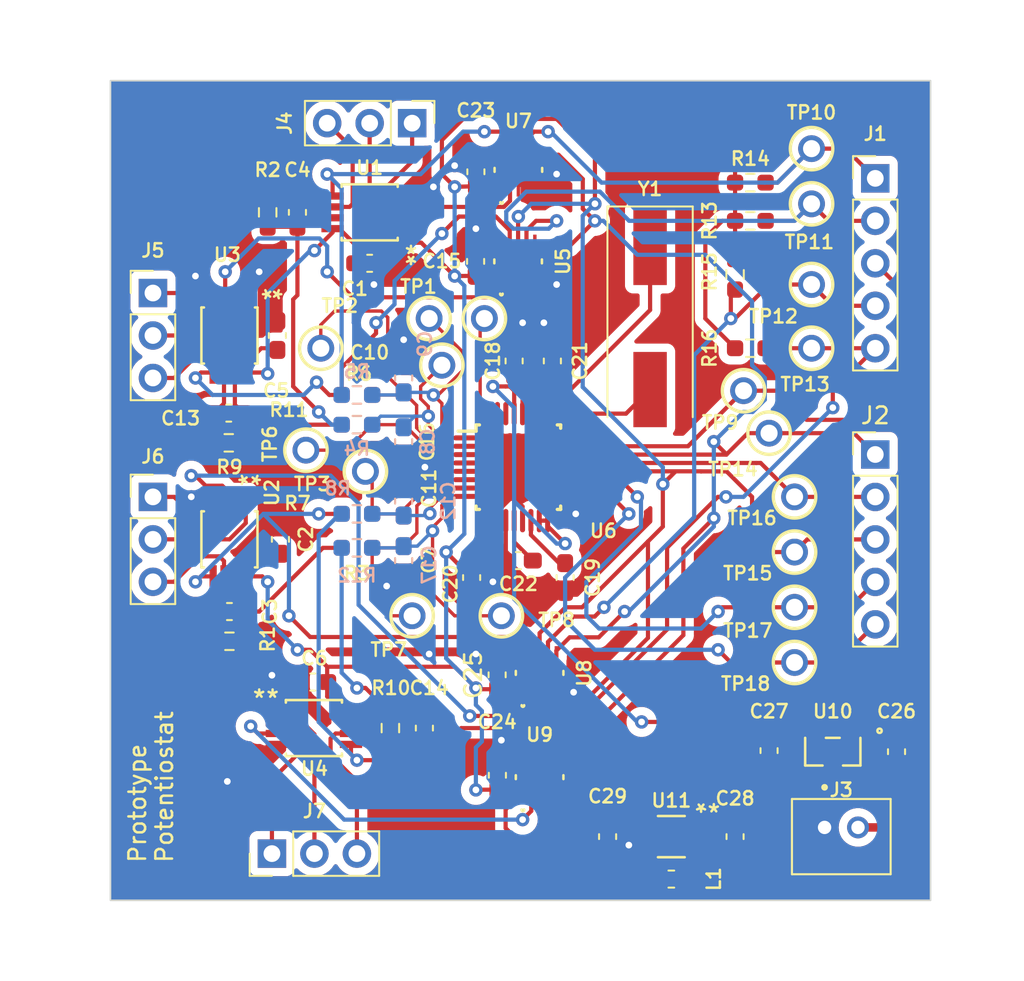
<source format=kicad_pcb>
(kicad_pcb (version 20221018) (generator pcbnew)
  (layers (0 "F.Cu" signal) (31 "B.Cu" signal) (34 "B.Paste" user) (35 "F.Paste" user) (36 "B.SilkS" user "B.Silkscreen") (37 "F.SilkS" user "F.Silkscreen") (38 "B.Mask" user) (39 "F.Mask" user) (44 "Edge.Cuts" user))
  (net 0 "")
  (net 1 "+5V")
  (net 2 "GND")
  (net 3 "WE_3")
  (net 4 "Net-(C3-Pad2)")
  (net 5 "WE_1")
  (net 6 "Net-(C4-Pad2)")
  (net 7 "AIN3P")
  (net 8 "AIN1P")
  (net 9 "AIN1N")
  (net 10 "AIN2N")
  (net 11 "AIN3N")
  (net 12 "AIN4N")
  (net 13 "WE_2")
  (net 14 "Net-(C13-Pad2)")
  (net 15 "WE_4")
  (net 16 "Net-(C14-Pad2)")
  (net 17 "AIN2P")
  (net 18 "AIN4P")
  (net 19 "+3.3V")
  (net 20 "Net-(U6-REFEXT)")
  (net 21 "Net-(U6-CAP)")
  (net 22 "Net-(U6-VREFP)")
  (net 23 "DAC1_B")
  (net 24 "DAC2_B")
  (net 25 "DAC3_B")
  (net 26 "DAC4_B")
  (net 27 "CS_DAC2")
  (net 28 "CS_DAC1")
  (net 29 "CS_DAC3")
  (net 30 "CS_DAC4")
  (net 31 "CE_1")
  (net 32 "DAC1_A")
  (net 33 "DAC2_A")
  (net 34 "DAC3_A")
  (net 35 "DAC4_A")
  (net 36 "SCLK")
  (net 37 "MOSI")
  (net 39 "DONE")
  (net 40 "DRDY")
  (net 41 "MISO")
  (net 42 "CS_ADC")
  (net 44 "Net-(U6-CLKIN_XTAL1)")
  (net 45 "Net-(U6-XTAL2)")
  (net 51 "CE_2")
  (net 52 "CE_3")
  (net 53 "CE_4")
  (net 54 "RE_1")
  (net 55 "RE_3")
  (net 56 "RE_2")
  (net 57 "RE_4")
  (net 58 "+BATT")
  (net 59 "Net-(U11-SW)")
  (footprint "OPA2328DGKR:SO8_DGK_TEX" (layer "F.Cu") (at 65.5014 106.5385)
    (fp_text reference "U4")
    (fp_text value "POPA2328DGKR")
  )
  (footprint "AP7313-33SAG:SOT-23_DIO" (layer "F.Cu") (at 96.52 107.95 180)
    (fp_text reference "U10")
    (fp_text value "AP7313-33SAG-7")
  )
  (footprint "Capacitor_SMD:C_0603_1608Metric_Pad1.08x0.95mm_HandSolder" (layer "F.Cu") (at 70.866 85.598 -90)
    (fp_text reference "C10")
    (fp_text value "C")
  )
  (footprint "Connector_PinHeader_2.54mm:PinHeader_1x05_P2.54mm_Vertical" (layer "F.Cu") (at 99.06 73.66)
    (fp_text reference "J1")
    (fp_text value "Conn_01x05_Pin")
  )
  (footprint "5001:5000" (layer "F.Cu") (at 68.58 91.186)
    (fp_text reference "TP3")
    (fp_text value "5001" hide)
  )
  (footprint "Connector_PinHeader_2.54mm:PinHeader_1x03_P2.54mm_Vertical" (layer "F.Cu") (at 62.992 114.046 90)
    (fp_text reference "J7")
    (fp_text value "Conn_01x03_Pin")
  )
  (footprint "Capacitor_SMD:C_0603_1608Metric_Pad1.08x0.95mm_HandSolder" (layer "F.Cu") (at 83.058 113.03 -90)
    (fp_text reference "C29")
    (fp_text value "10uF")
  )
  (footprint "Capacitor_SMD:C_0603_1608Metric_Pad1.08x0.95mm_HandSolder" (layer "F.Cu") (at 79.756 84.582 90)
    (fp_text reference "C21")
    (fp_text value "1 uF")
  )
  (footprint "5001:5000" (layer "F.Cu") (at 71.374 99.822)
    (fp_text reference "TP7")
    (fp_text value "5001" hide)
  )
  (footprint "5001:5000" (layer "F.Cu") (at 95.25 71.882)
    (fp_text reference "TP10")
    (fp_text value "5001" hide)
  )
  (footprint "LTC3525ESC6-5:SC70-SC6_LIT" (layer "F.Cu") (at 86.868 113.03 180)
    (fp_text reference "U11")
    (fp_text value "LTC3525ESC6-5-TRMPBF")
  )
  (footprint "B2B_PH_K_S:JST_B2B-PH-K-S" (layer "F.Cu") (at 97.028 113.03 180)
    (fp_text reference "J3")
    (fp_text value "B2B-PH-K-S")
  )
  (footprint "5001:5000" (layer "F.Cu") (at 73.152 84.836)
    (fp_text reference "TP5" hide)
    (fp_text value "5001" hide)
  )
  (footprint "Connector_PinHeader_2.54mm:PinHeader_1x03_P2.54mm_Vertical" (layer "F.Cu") (at 55.88 80.518)
    (fp_text reference "J5")
    (fp_text value "Conn_01x03_Pin")
  )
  (footprint "Capacitor_SMD:C_0603_1608Metric_Pad1.08x0.95mm_HandSolder" (layer "F.Cu") (at 75.168252 78.6257 90)
    (fp_text reference "C15")
    (fp_text value "0.1uF")
  )
  (footprint "Capacitor_SMD:C_0603_1608Metric_Pad1.08x0.95mm_HandSolder" (layer "F.Cu") (at 70.866 96.52 90)
    (fp_text reference "C7")
    (fp_text value "C")
  )
  (footprint "Capacitor_SMD:C_0603_1608Metric_Pad1.08x0.95mm_HandSolder" (layer "F.Cu") (at 60.411 87.6999)
    (fp_text reference "C13")
    (fp_text value "C")
  )
  (footprint "Capacitor_SMD:C_0603_1608Metric_Pad1.08x0.95mm_HandSolder" (layer "F.Cu") (at 70.866 89.408 90)
    (fp_text reference "C16")
    (fp_text value "C")
  )
  (footprint "Connector_PinHeader_2.54mm:PinHeader_1x03_P2.54mm_Vertical" (layer "F.Cu") (at 71.374 70.358 -90)
    (fp_text reference "J4")
    (fp_text value "Conn_01x03_Pin")
  )
  (footprint "OPA2328DGKR:SO8_DGK_TEX" (layer "F.Cu") (at 60.452 83.058 -90)
    (fp_text reference "U3")
    (fp_text value "POPA2328DGKR")
  )
  (footprint "Capacitor_SMD:C_0603_1608Metric_Pad1.08x0.95mm_HandSolder" (layer "F.Cu") (at 68.834 78.74)
    (fp_text reference "C1")
    (fp_text value "C")
  )
  (footprint "OPA2328DGKR:SO8_DGK_TEX" (layer "F.Cu") (at 60.452 95.25 -90)
    (fp_text reference "U2")
    (fp_text value "POPA2328DGKR")
  )
  (footprint "Capacitor_SMD:C_0603_1608Metric_Pad1.08x0.95mm_HandSolder" (layer "F.Cu") (at 92.71 107.886167 -90)
    (fp_text reference "C27")
    (fp_text value "1 uF")
  )
  (footprint "Connector_PinHeader_2.54mm:PinHeader_1x05_P2.54mm_Vertical" (layer "F.Cu") (at 99.06 90.175)
    (fp_text reference "J2")
    (fp_text value "Conn_01x05_Pin")
  )
  (footprint "Resistor_SMD:R_0603_1608Metric_Pad0.98x0.95mm_HandSolder" (layer "F.Cu") (at 68.072 86.614)
    (fp_text reference "R6")
    (fp_text value "R")
  )
  (footprint "Capacitor_SMD:C_0603_1608Metric_Pad1.08x0.95mm_HandSolder" (layer "F.Cu") (at 64.516 75.692 -90)
    (fp_text reference "C4")
    (fp_text value "C")
  )
  (footprint "Resistor_SMD:R_0603_1608Metric_Pad0.98x0.95mm_HandSolder" (layer "F.Cu") (at 91.5905 73.914)
    (fp_text reference "R14")
    (fp_text value "10k")
  )
  (footprint "DAC80502DRXR:SON_02DRXR_TEX" (layer "F.Cu") (at 77.708252 78.6257 90)
    (fp_text reference "U5")
    (fp_text value "DAC80502DRXR")
  )
  (footprint "5001:5000" (layer "F.Cu") (at 95.25 83.82)
    (fp_text reference "TP13")
    (fp_text value "5001" hide)
  )
  (footprint "5001:5000" (layer "F.Cu") (at 65.913 83.82)
    (fp_text reference "TP2")
    (fp_text value "5001" hide)
  )
  (footprint "Resistor_SMD:R_0603_1608Metric_Pad0.98x0.95mm_HandSolder" (layer "F.Cu") (at 91.5905 83.82)
    (fp_text reference "R16")
    (fp_text value "10k")
  )
  (footprint "Resistor_SMD:R_0603_1608Metric_Pad0.98x0.95mm_HandSolder" (layer "F.Cu") (at 90.678 79.3985 -90)
    (fp_text reference "R15")
    (fp_text value "10k")
  )
  (footprint "5001:5000" (layer "F.Cu") (at 95.25 80.01)
    (fp_text reference "TP12")
    (fp_text value "5001" hide)
  )
  (footprint "Capacitor_SMD:C_0603_1608Metric_Pad1.08x0.95mm_HandSolder" (layer "F.Cu") (at 63.317 83.058 90)
    (fp_text reference "C5")
    (fp_text value "C")
  )
  (footprint "Resistor_SMD:R_0603_1608Metric_Pad0.98x0.95mm_HandSolder" (layer "F.Cu") (at 60.411 89.4779)
    (fp_text reference "R9")
    (fp_text value "R")
  )
  (footprint "5001:5000" (layer "F.Cu") (at 76.708 99.822)
    (fp_text reference "TP8")
    (fp_text value "5001" hide)
  )
  (footprint "5001:5000" (layer "F.Cu") (at 94.234 102.616)
    (fp_text reference "TP18")
    (fp_text value "5001" hide)
  )
  (footprint "Capacitor_SMD:C_0603_1608Metric_Pad1.08x0.95mm_HandSolder" (layer "F.Cu") (at 72.1054 106.5385 90)
    (fp_text reference "C14")
    (fp_text value "C")
  )
  (footprint "DAC80502DRXR:SON_02DRXR_TEX" (layer "F.Cu") (at 78.994 103.2383 90)
    (fp_text reference "U8")
    (fp_text value "DAC80502DRXR")
  )
  (footprint "Inductor_SMD:L_0603_1608Metric_Pad1.05x0.95mm_HandSolder" (layer "F.Cu") (at 86.868 115.57)
    (fp_text reference "L1")
    (fp_text value "10uH")
  )
  (footprint "Capacitor_SMD:C_0603_1608Metric_Pad1.08x0.95mm_HandSolder" (layer "F.Cu") (at 63.5 95.25 90)
    (fp_text reference "C2")
    (fp_text value "C")
  )
  (footprint "5001:5000" (layer "F.Cu") (at 72.39 82.042)
    (fp_text reference "TP1")
    (fp_text value "5001" hide)
  )
  (footprint "Connector_PinHeader_2.54mm:PinHeader_1x03_P2.54mm_Vertical" (layer "F.Cu") (at 55.88 92.71)
    (fp_text reference "J6")
    (fp_text value "Conn_01x03_Pin")
  )
  (footprint "Resistor_SMD:R_0603_1608Metric_Pad0.98x0.95mm_HandSolder" (layer "F.Cu") (at 91.5905 76.2)
    (fp_text reference "R13")
    (fp_text value "10k")
  )
  (footprint "Capacitor_SMD:C_0603_1608Metric_Pad1.08x0.95mm_HandSolder" (layer "F.Cu") (at 100.33 107.95 -90)
    (fp_text reference "C26")
    (fp_text value "1 uF")
  )
  (footprint "Capacitor_SMD:C_0603_1608Metric_Pad1.08x0.95mm_HandSolder" (layer "F.Cu") (at 80.518 97.536 -90)
    (fp_text reference "C19")
    (fp_text value "1 uF" hide)
  )
  (footprint "DAC80502DRXR:SON_02DRXR_TEX" (layer "F.Cu") (at 78.994 109.474 90)
    (fp_text reference "U9")
    (fp_text value "DAC80502DRXR")
  )
  (footprint "Resistor_SMD:R_0603_1608Metric_Pad0.98x0.95mm_HandSolder" (layer "F.Cu") (at 60.452 101.346)
    (fp_text reference "R1")
    (fp_text value "R")
  )
  (footprint "DAC80502DRXR:SON_02DRXR_TEX" (layer "F.Cu") (at 77.724 73.152 90)
    (fp_text reference "U7")
    (fp_text value "DAC80502DRXR")
  )
  (footprint "Capacitor_SMD:C_0603_1608Metric_Pad1.08x0.95mm_HandSolder" (layer "F.Cu") (at 65.4315 103.7855 180)
    (fp_text reference "C6")
    (fp_text value "C")
  )
  (footprint "Resistor_SMD:R_0603_1608Metric_Pad0.98x0.95mm_HandSolder" (layer "F.Cu") (at 68.072 88.392)
    (fp_text reference "R11")
    (fp_text value "R")
  )
  (footprint "Resistor_SMD:R_0603_1608Metric_Pad0.98x0.95mm_HandSolder" (layer "F.Cu") (at 70.0734 106.5385 90)
    (fp_text reference "R10")
    (fp_text value "R")
  )
  (footprint "Capacitor_SMD:C_0603_1608Metric_Pad1.08x0.95mm_HandSolder" (layer "F.Cu") (at 70.866 92.964 -90)
    (fp_text reference "C11")
    (fp_text value "C")
  )
  (footprint "OPA2328DGKR:SO8_DGK_TEX" (layer "F.Cu") (at 68.834 75.692 180)
    (fp_text reference "U1")
    (fp_text value "POPA2328DGKR")
  )
  (footprint "Capacitor_SMD:C_0603_1608Metric_Pad1.08x0.95mm_HandSolder" (layer "F.Cu") (at 74.93 97.536 -90)
    (fp_text reference "C20")
    (fp_text value "1 uF" hide)
  )
  (footprint "Capacitor_SMD:C_0603_1608Metric_Pad1.08x0.95mm_HandSolder" (layer "F.Cu") (at 76.4697 109.3597 90)
    (fp_text reference "C24")
    (fp_text value "0.1uF")
  )
  (footprint "Resistor_SMD:R_0603_1608Metric_Pad0.98x0.95mm_HandSolder" (layer "F.Cu") (at 68.072 93.726)
    (fp_text reference "R7")
    (fp_text value "R")
  )
  (footprint "5001:5000" (layer "F.Cu") (at 94.234 96.012)
    (fp_text reference "TP15")
    (fp_text value "5001" hide)
  )
  (footprint "5001:5000" (layer "F.Cu") (at 75.692 82.042)
    (fp_text reference "TP4" hide)
    (fp_text value "5001" hide)
  )
  (footprint "Capacitor_SMD:C_0603_1608Metric_Pad1.08x0.95mm_HandSolder" (layer "F.Cu") (at 90.678 113.03 -90)
    (fp_text reference "C28")
    (fp_text value "1uF")
  )
  (footprint "5001:5000" (layer "F.Cu") (at 95.25 75.184)
    (fp_text reference "TP11")
    (fp_text value "5001" hide)
  )
  (footprint "Resistor_SMD:R_0603_1608Metric_Pad0.98x0.95mm_HandSolder" (layer "F.Cu") (at 68.072 95.758)
    (fp_text reference "R3")
    (fp_text value "R")
  )
  (footprint "Capacitor_SMD:C_0603_1608Metric_Pad1.08x0.95mm_HandSolder" (layer "F.Cu") (at 60.452 99.568)
    (fp_text reference "C3")
    (fp_text value "C")
  )
  (footprint "5001:5000" (layer "F.Cu") (at 91.186 86.36)
    (fp_text reference "TP9")
    (fp_text value "5001" hide)
  )
  (footprint "ADS131A04IPBS:PBS0032A_N" (layer "F.Cu") (at 77.724 90.932)
    (fp_text reference "U6")
    (fp_text value "ADS131A04IPBS")
  )
  (footprint "Crystal:Crystal_SMD_HC49-SD" (layer "F.Cu") (at 85.598 82.042 -90)
    (fp_text reference "Y1")
    (fp_text value "Crystal")
  )
  (footprint "Capacitor_SMD:C_0603_1608Metric_Pad1.08x0.95mm_HandSolder" (layer "F.Cu") (at 77.47 84.582 90)
    (fp_text reference "C18")
    (fp_text value "1 uF")
  )
  (footprint "Capacitor_SMD:C_0603_1608Metric_Pad1.08x0.95mm_HandSolder" (layer "F.Cu") (at 77.724 96.52 180)
    (fp_text reference "C22")
    (fp_text value "1 uF" hide)
  )
  (footprint "5001:5000" (layer "F.Cu") (at 94.234 92.71)
    (fp_text reference "TP16")
    (fp_text value "5001" hide)
  )
  (footprint "5001:5000" (layer "F.Cu") (at 92.71 88.9)
    (fp_text reference "TP14")
    (fp_text value "5001" hide)
  )
  (footprint "5001:5000" (layer "F.Cu") (at 65.024 89.916)
    (fp_text reference "TP6")
    (fp_text value "5001" hide)
  )
  (footprint "Capacitor_SMD:C_0603_1608Metric_Pad1.08x0.95mm_HandSolder" (layer "F.Cu") (at 76.454 103.3526 90)
    (fp_text reference "C25")
    (fp_text value "0.1uF")
  )
  (footprint "Resistor_SMD:R_0603_1608Metric_Pad0.98x0.95mm_HandSolder" (layer "F.Cu") (at 62.738 75.692 -90)
    (fp_text reference "R2")
    (fp_text value "R")
  )
  (footprint "5001:5000" (layer "F.Cu") (at 94.234 99.314)
    (fp_text reference "TP17")
    (fp_text value "5001" hide)
  )
  (footprint "Capacitor_SMD:C_0603_1608Metric_Pad1.08x0.95mm_HandSolder" (layer "F.Cu") (at 75.184 73.2663 90)
    (fp_text reference "C23")
    (fp_text value "0.1uF")
  )
  (footprint "Resistor_SMD:R_0603_1608Metric_Pad0.98x0.95mm_HandSolder" (layer "B.Cu") (at 68.072 88.392)
    (fp_text reference "R4")
    (fp_text value "R")
  )
  (footprint "Capacitor_SMD:C_0603_1608Metric_Pad1.08x0.95mm_HandSolder" (layer "B.Cu") (at 70.866 96.52 90)
    (fp_text reference "C17")
    (fp_text value "C")
  )
  (footprint "Capacitor_SMD:C_0603_1608Metric_Pad1.08x0.95mm_HandSolder" (layer "B.Cu") (at 70.866 89.408 90)
    (fp_text reference "C8")
    (fp_text value "C")
  )
  (footprint "Capacitor_SMD:C_0603_1608Metric_Pad1.08x0.95mm_HandSolder" (layer "B.Cu") (at 70.866 85.598 -90)
    (fp_text reference "C9")
    (fp_text value "C")
  )
  (footprint "Resistor_SMD:R_0603_1608Metric_Pad0.98x0.95mm_HandSolder" (layer "B.Cu") (at 68.072 86.614)
    (fp_text reference "R5")
    (fp_text value "R")
  )
  (footprint "Capacitor_SMD:C_0603_1608Metric_Pad1.08x0.95mm_HandSolder" (layer "B.Cu") (at 70.866 92.964 -90)
    (fp_text reference "C12")
    (fp_text value "C")
  )
  (footprint "Resistor_SMD:R_0603_1608Metric_Pad0.98x0.95mm_HandSolder" (layer "B.Cu") (at 68.072 93.726)
    (fp_text reference "R8")
    (fp_text value "R")
  )
  (footprint "Resistor_SMD:R_0603_1608Metric_Pad0.98x0.95mm_HandSolder" (layer "B.Cu") (at 68.072 95.758)
    (fp_text reference "R12")
    (fp_text value "R")
  )
  (gr_rect (start 53.34 67.818) (end 102.362 116.84) (stroke (width 0.1)) (fill none) (layer "Edge.Cuts"))
  (gr_text "Prototype\nPotentiostat" (at 57.15 114.681 90) (layer "F.SilkS") (effects (font (size 1 1)) (justify left bottom)))
  (segment (start 83.058 112.1675) (end 85.690299 112.1675) (width 0.25) (layer "F.Cu") (net 1))
  (segment (start 77.978 113.538) (end 79.502 113.538) (width 0.25) (layer "F.Cu") (net 1))
  (segment (start 61.426979 85.27415) (end 62.66815 85.27415) (width 0.25) (layer "F.Cu") (net 1))
  (segment (start 66.294 103.7855) (end 66.294 104.648) (width 0.25) (layer "F.Cu") (net 1))
  (segment (start 67.8572 77.5092) (end 67.9715 77.6235) (width 0.25) (layer "F.Cu") (net 1))
  (segment (start 89.916 76.2) (end 90.678 76.2) (width 0.25) (layer "F.Cu") (net 1))
  (segment (start 75.184 74.1288) (end 73.914 74.168) (width 0.25) (layer "F.Cu") (net 1))
  (segment (start 75.168252 79.4882) (end 76.2 79.4882) (width 0.25) (layer "F.Cu") (net 1))
  (segment (start 90.678 71.882) (end 90.678 73.914) (width 0.25) (layer "F.Cu") (net 1))
  (segment (start 75.2591 74.0537) (end 75.184 74.1288) (width 0.25) (layer "F.Cu") (net 1))
  (segment (start 67.209521 105.563521) (end 67.71755 105.563521) (width 0.25) (layer "F.Cu") (net 1))
  (segment (start 73.914 79.502) (end 73.9278 79.4882) (width 0.25) (layer "F.Cu") (net 1))
  (segment (start 73.152 71.374) (end 75.184 69.342) (width 0.25) (layer "F.Cu") (net 1))
  (segment (start 76.2 79.4882) (end 76.6688 79.4882) (width 0.25) (layer "F.Cu") (net 1))
  (segment (start 73.914 102.87) (end 75.184 104.14) (width 0.25) (layer "F.Cu") (net 1))
  (segment (start 76.723748 74.0537) (end 75.2591 74.0537) (width 0.25) (layer "F.Cu") (net 1))
  (segment (start 66.294 104.648) (end 67.209521 105.563521) (width 0.25) (layer "F.Cu") (net 1))
  (segment (start 76.454 104.2151) (end 75.2591 104.2151) (width 0.25) (layer "F.Cu") (net 1))
  (segment (start 90.678 76.2) (end 90.678 73.914) (width 0.25) (layer "F.Cu") (net 1))
  (segment (start 67.9715 77.6235) (end 67.9715 78.74) (width 0.25) (layer "F.Cu") (net 1))
  (segment (start 88.138 69.342) (end 90.678 71.882) (width 0.25) (layer "F.Cu") (net 1))
  (segment (start 66.61785 76.89215) (end 66.61785 76.666979) (width 0.25) (layer "F.Cu") (net 1))
  (segment (start 61.426979 97.46615) (end 62.41415 97.46615) (width 0.25) (layer "F.Cu") (net 1))
  (segment (start 85.690299 112.1675) (end 85.9028 112.380001) (width 0.25) (layer "F.Cu") (net 1))
  (segment (start 62.66815 85.27415) (end 62.738 85.344) (width 0.25) (layer "F.Cu") (net 1))
  (segment (start 75.184 69.342) (end 88.138 69.342) (width 0.25) (layer "F.Cu") (net 1))
  (segment (start 62.354 83.82) (end 61.511779 84.662221) (width 0.25) (layer "F.Cu") (net 1))
  (segment (start 62.41415 97.46615) (end 62.738 97.79) (width 0.25) (layer "F.Cu") (net 1))
  (segment (start 66.294 102.87) (end 66.294 103.7855) (width 0.25) (layer "F.Cu") (net 1))
  (segment (start 61.426979 97.069021) (end 62.3835 96.1125) (width 0.25) (layer "F.Cu") (net 1))
  (segment (start 67.8572 77.5092) (end 67.014979 76.666979) (width 0.25) (layer "F.Cu") (net 1))
  (segment (start 67.8572 77.5092) (end 71.9212 77.5092) (width 0.25) (layer "F.Cu") (net 1))
  (segment (start 62.3835 96.1125) (end 63.5 96.1125) (width 0.25) (layer "F.Cu") (net 1))
  (segment (start 75.973998 94.131999) (end 75.973998 95.629502) (width 0.25) (layer "F.Cu") (net 1))
  (segment (start 80.8725 112.1675) (end 83.058 112.1675) (width 0.25) (layer "F.Cu") (net 1))
  (segment (start 67.014979 76.666979) (end 66.61785 76.666979) (width 0.25) (layer "F.Cu") (net 1))
  (segment (start 73.914 74.168) (end 73.9532 74.1288) (width 0.25) (layer "F.Cu") (net 1))
  (segment (start 76.5388 109.9936) (end 76.6923 110.1471) (width 0.25) (layer "F.Cu") (net 1))
  (segment (start 71.9212 77.5092) (end 73.914 79.502) (width 0.25) (layer "F.Cu") (net 1))
  (segment (start 61.426979 97.46615) (end 61.426979 97.069021) (width 0.25) (layer "F.Cu") (net 1))
  (segment (start 77.840248 110.2222) (end 77.993748 110.3757) (width 0.25) (layer "F.Cu") (net 1))
  (segment (start 79.502 113.538) (end 80.8725 112.1675) (width 0.25) (layer "F.Cu") (net 1))
  (segment (start 75.168252 79.4882) (end 73.914 79.502) (width 0.25) (layer "F.Cu") (net 1))
  (segment (start 66.294 102.87) (end 73.914 102.87) (width 0.25) (layer "F.Cu") (net 1))
  (segment (start 77.993748 110.3757) (end 76.962 111.407448) (width 0.25) (layer "F.Cu") (net 1))
  (segment (start 73.152 73.406) (end 73.152 71.374) (width 0.25) (layer "F.Cu") (net 1))
  (segment (start 63.5 83.82) (end 62.354 83.82) (width 0.25) (layer "F.Cu") (net 1))
  (segment (start 65.532 77.978) (end 66.61785 76.89215) (width 0.25) (layer "F.Cu") (net 1))
  (segment (start 88.9 82.042) (end 88.9 77.216) (width 0.25) (layer "F.Cu") (net 1))
  (segment (start 76.6688 79.4882) (end 76.708 79.5274) (width 0.25) (layer "F.Cu") (net 1))
  (segment (start 77.993748 104.14) (end 76.5291 104.14) (width 0.25) (layer "F.Cu") (net 1))
  (segment (start 76.962 111.407448) (end 76.962 112.522) (width 0.25) (layer "F.Cu") (net 1))
  (segment (start 65.278 101.854) (end 66.294 102.87) (width 0.25) (layer "F.Cu") (net 1))
  (segment (start 75.2591 104.2151) (end 75.184 104.14) (width 0.25) (layer "F.Cu") (net 1))
  (segment (start 64.516 101.854) (end 65.278 101.854) (width 0.25) (layer "F.Cu") (net 1))
  (segment (start 90.678 83.82) (end 88.9 82.042) (width 0.25) (layer "F.Cu") (net 1))
  (segment (start 76.4697 110.2222) (end 77.840248 110.2222) (width 0.25) (layer "F.Cu") (net 1))
  (segment (start 75.1978 110.2222) (end 75.184 110.236) (width 0.25) (layer "F.Cu") (net 1))
  (segment (start 90.678 78.486) (end 90.678 76.2) (width 0.25) (layer "F.Cu") (net 1))
  (segment (start 88.9 77.216) (end 89.916 76.2) (width 0.25) (layer "F.Cu") (net 1))
  (segment (start 73.914 74.168) (end 73.152 73.406) (width 0.25) (layer "F.Cu") (net 1))
  (segment (start 76.962 112.522) (end 77.978 113.538) (width 0.25) (layer "F.Cu") (net 1))
  (segment (start 73.406 96.012) (end 74.0675 96.6735) (width 0.25) (layer "F.Cu") (net 1))
  (segment (start 76.4697 110.2222) (end 75.1978 110.2222) (width 0.25) (layer "F.Cu") (net 1))
  (segment (start 90.678 76.2) (end 90.725 76.2) (width 0.25) (layer "F.Cu") (net 1))
  (segment (start 74.0675 96.6735) (end 74.93 96.6735) (width 0.25) (layer "F.Cu") (net 1))
  (segment (start 76.5291 104.14) (end 76.454 104.2151) (width 0.25) (layer "F.Cu") (net 1))
  (segment (start 75.973998 95.629502) (end 74.93 96.6735) (width 0.25) (layer "F.Cu") (net 1))
  (via (at 73.914 79.502) (size 0.8) (drill 0.4) (layers "F.Cu" "B.Cu") (net 1))
  (via (at 64.516 101.854) (size 0.8) (drill 0.4) (layers "F.Cu" "B.Cu") (net 1))
  (via (at 75.184 104.14) (size 0.8) (drill 0.4) (layers "F.Cu" "B.Cu") (net 1))
  (via (at 75.184 110.236) (size 0.8) (drill 0.4) (layers "F.Cu" "B.Cu") (net 1))
  (via (at 73.914 74.168) (size 0.8) (drill 0.4) (layers "F.Cu" "B.Cu") (net 1))
  (via (at 65.532 77.978) (size 0.8) (drill 0.4) (layers "F.Cu" "B.Cu") (net 1))
  (via (at 73.406 96.012) (size 0.8) (drill 0.4) (layers "F.Cu" "B.Cu") (net 1))
  (via (at 62.738 85.344) (size 0.8) (drill 0.4) (layers "F.Cu" "B.Cu") (net 1))
  (via (at 62.738 97.79) (size 0.8) (drill 0.4) (layers "F.Cu" "B.Cu") (net 1))
  (segment (start 73.406 102.362) (end 75.184 104.14) (width 0.25) (layer "B.Cu") (net 1))
  (segment (start 75.542966 107.337034) (end 75.542966 105.513695) (width 0.25) (layer "B.Cu") (net 1))
  (segment (start 74.493 80.081) (end 73.914 79.502) (width 0.25) (layer "B.Cu") (net 1))
  (segment (start 73.914 75.184) (end 73.914 74.168) (width 0.25) (layer "B.Cu") (net 1))
  (segment (start 73.406 96.012) (end 73.406 102.362) (width 0.25) (layer "B.Cu") (net 1))
  (segment (start 62.738 100.076) (end 64.516 101.854) (width 0.25) (layer "B.Cu") (net 1))
  (segment (start 62.738 80.518) (end 62.738 85.344) (width 0.25) (layer "B.Cu") (net 1))
  (segment (start 75.184 110.236) (end 75.184 107.696) (width 0.25) (layer "B.Cu") (net 1))
  (segment (start 73.914 79.502) (end 73.914 75.184) (width 0.25) (layer "B.Cu") (net 1))
  (segment (start 65.278 77.978) (end 62.738 80.518) (width 0.25) (layer "B.Cu") (net 1))
  (segment (start 73.406 96.012) (end 74.493 94.925) (width 0.25) (layer "B.Cu") (net 1))
  (segment (start 74.493 94.925) (end 74.493 80.081) (width 0.25) (layer "B.Cu") (net 1))
  (segment (start 75.184 105.156) (end 75.184 104.14) (width 0.25) (layer "B.Cu") (net 1))
  (segment (start 75.542966 105.513695) (end 75.184635 105.155364) (width 0.25) (layer "B.Cu") (net 1))
  (segment (start 62.738 97.79) (end 62.738 100.076) (width 0.25) (layer "B.Cu") (net 1))
  (segment (start 75.184 107.696) (end 75.542966 107.337034) (width 0.25) (layer "B.Cu") (net 1))
  (segment (start 65.532 77.978) (end 65.278 77.978) (width 0.25) (layer "B.Cu") (net 1))
  (segment (start 84.836 113.03) (end 85.9028 113.03) (width 0.25) (layer "F.Cu") (net 2))
  (segment (start 79.3623 74.0537) (end 80.01 73.406) (width 0.25) (layer "F.Cu") (net 2))
  (segment (start 76.454 102.4901) (end 75.5661 102.4901) (width 0.25) (layer "F.Cu") (net 2))
  (segment (start 76.8615 97.1285) (end 76.2 97.79) (width 0.25) (layer "F.Cu") (net 2))
  (segment (start 79.994252 110.3757) (end 78.994 110.3757) (width 0.25) (layer "F.Cu") (net 2))
  (segment (start 59.477021 80.559021) (end 58.42 79.502) (width 0.25) (layer "F.Cu") (net 2))
  (segment (start 81.153 93.726) (end 80.108999 92.681999) (width 0.25) (layer "F.Cu") (net 2))
  (segment (start 78.724252 74.0537) (end 79.3623 74.0537) (width 0.25) (layer "F.Cu") (net 2))
  (segment (start 63.59004 94.3875) (end 68.31554 89.662) (width 0.2) (layer "F.Cu") (net 2))
  (segment (start 58.428598 92.964) (end 58.170299 92.705701) (width 0.25) (layer "F.Cu") (net 2))
  (segment (start 78.473998 87.731999) (end 78.473998 91.582001) (width 0.25) (layer "F.Cu") (net 2))
  (segment (start 79.756 82.804) (end 79.756 83.7195) (width 0.25) (layer "F.Cu") (net 2))
  (segment (start 59.477021 93.03385) (end 59.477021 93.005021) (width 0.25) (layer "F.Cu") (net 2))
  (segment (start 59.477021 80.84185) (end 59.477021 80.559021) (width 0.25) (layer "F.Cu") (net 2))
  (segment (start 74.93 98.3985) (end 75.5915 98.3985) (width 0.25) (layer "F.Cu") (net 2))
  (segment (start 77.47 83.7195) (end 77.47 82.804) (width 0.25) (layer "F.Cu") (net 2))
  (segment (start 63.28525 108.16475) (end 63.28525 107.513479) (width 0.25) (layer "F.Cu") (net 2))
  (segment (start 70.5115 97.3825) (end 69.85 98.044) (width 0.25) (layer "F.Cu") (net 2))
  (segment (start 77.47 82.804) (end 77.978 82.296) (width 0.25) (layer "F.Cu") (net 2))
  (segment (start 75.973998 88.681999) (end 78.473998 91.181999) (width 0.25) (layer "F.Cu") (net 2))
  (segment (start 79.5274 79.5274) (end 80.01 80.01) (width 0.25) (layer "F.Cu") (net 2))
  (segment (start 75.5915 98.3985) (end 76.2 97.79) (width 0.25) (layer "F.Cu") (net 2))
  (segment (start 78.708504 79.5274) (end 79.5274 79.5274) (width 0.25) (layer "F.Cu") (net 2))
  (segment (start 77.374 92.681999) (end 80.01 92.681999) (width 0.25) (layer "F.Cu") (net 2))
  (segment (start 72.094979 74.717021) (end 72.644 74.168) (width 0.25) (layer "F.Cu") (net 2))
  (segment (start 80.772 104.14) (end 81.026 104.394) (width 0.25) (layer "F.Cu") (net 2))
  (segment (start 76.973999 96.407501) (end 76.8615 96.52) (width 0.25) (layer "F.Cu") (net 2))
  (segment (start 76.4697 108.4972) (end 76.4697 107.5013) (width 0.25) (layer "F.Cu") (net 2))
  (segment (start 75.5661 102.4901) (end 75.184 102.108) (width 0.25) (layer "F.Cu") (net 2))
  (segment (start 58.170299 92.705701) (end 58.415701 92.705701) (width 0.25) (layer "F.Cu") (net 2))
  (segment (start 76.474 94.131999) (end 76.474 93.581999) (width 0.25) (layer "F.Cu") (net 2))
  (segment (start 75.184 72.4038) (end 74.4082 72.4038) (width 0.25) (layer "F.Cu") (net 2))
  (segment (start 70.866 91.5935) (end 70.866 92.1015) (width 0.25) (layer "F.Cu") (net 2))
  (segment (start 69.596 89.662) (end 70.2045 90.2705) (width 0.2) (layer "F.Cu") (net 2))
  (segment (start 78.964998 98.3985) (end 76.973999 96.407501) (width 0.25) (layer "F.Cu") (net 2))
  (segment (start 69.6965 78.74) (end 69.6965 79.4015) (width 0.25) (layer "F.Cu") (net 2))
  (segment (start 71.5275 90.932) (end 70.866 90.2705) (width 0.2) (layer "F.Cu") (net 2))
  (segment (start 70.2045 90.2705) (end 70.866 90.2705) (width 0.2) (layer "F.Cu") (net 2))
  (segment (start 72.136 90.932) (end 71.5275 90.932) (width 0.2) (layer "F.Cu") (net 2))
  (segment (start 78.473998 91.181999) (end 78.473998 91.582001) (width 0.25) (layer "F.Cu") (net 2))
  (segment (start 63.317 82.1955) (end 63.317 80.335) (width 0.25) (layer "F.Cu") (net 2))
  (segment (start 69.6965 79.4015) (end 69.088 80.01) (width 0.25) (layer "F.Cu") (net 2))
  (segment (start 77.708252 79.5274) (end 78.708504 79.5274) (width 0.25) (layer "F.Cu") (net 2))
  (segment (start 80.518 98.3985) (end 78.964998 98.3985) (width 0.25) (layer "F.Cu") (net 2))
  (segment (start 78.994 104.14) (end 79.994252 104.14) (width 0.25) (layer "F.Cu") (net 2))
  (segment (start 63.317 80.335) (end 62.23 79.248) (width 0.25) (layer "F.Cu") (net 2))
  (segment (start 80.01 92.681999) (end 80.923999 92.681999) (width 0.25) (layer "F.Cu") (net 2))
  (segment (start 59.436 92.964) (end 58.428598 92.964) (width 0.25) (layer "F.Cu") (net 2))
  (segment (start 71.05015 74.717021) (end 72.094979 74.717021) (width 0.25) (layer "F.Cu") (net 2))
  (segment (start 74.4082 72.4038) (end 73.914 72.898) (width 0.25) (layer "F.Cu") (net 2))
  (segment (start 76.474 93.581999) (end 77.374 92.681999) (width 0.25) (layer "F.Cu") (net 2))
  (segment (start 70.866 97.3825) (end 70.5115 97.3825) (width 0.25) (layer "F.Cu") (net 2))
  (segment (start 80.108999 92.681999) (end 80.01 92.681999) (width 0.25) (layer "F.Cu") (net 2))
  (segment (start 62.992 103.378) (end 63.3995 103.7855) (width 0.25) (layer "F.Cu") (net 2))
  (segment (start 63.3995 103.7855) (end 64.569 103.7855) (width 0.25) (layer "F.Cu") (net 2))
  (segment (start 77.974 94.131999) (end 77.974 93.281999) (width 0.25) (layer "F.Cu") (net 2))
  (segment (start 76.8615 96.52) (end 76.8615 97.1285) (width 0.25) (layer "F.Cu") (net 2))
  (segment (start 87.8332 113.03) (end 85.9028 113.03) (width 0.25) (layer "F.Cu") (net 2))
  (segment (start 75.168252 76.686248) (end 75.168252 77.7632) (width 0.25) (layer "F.Cu") (net 2))
  (segment (start 79.248 82.296) (end 79.756 82.804) (width 0.25) (layer "F.Cu") (net 2))
  (segment (start 63.5 94.3875) (end 63.59004 94.3875) (width 0.25) (layer "F.Cu") (net 2))
  (segment (start 78.724252 74.0537) (end 77.724 74.0537) (width 0.25) (layer "F.Cu") (net 2))
  (segment (start 78.473998 91.582001) (end 77.374 92.681999) (width 0.25) (layer "F.Cu") (net 2))
  (segment (start 59.477021 93.005021) (end 59.436 92.964) (width 0.25) (layer "F.Cu") (net 2))
  (segment (start 60.325 109.728) (end 61.722 109.728) (width 0.25) (layer "F.Cu") (net 2))
  (segment (start 71.5275 90.932) (end 70.866 91.5935) (width 0.2) (layer "F.Cu") (net 2))
  (segment (start 68.31554 89.662) (end 69.596 89.662) (width 0.2) (layer "F.Cu") (net 2))
  (segment (start 76.4697 107.5013) (end 76.708 107.263) (width 0.25) (layer "F.Cu") (net 2))
  (segment (start 75.184 76.6705) (end 75.168252 76.686248) (width 0.25) (layer "F.Cu") (net 2))
  (segment (start 75.973998 87.731999) (end 75.973998 88.681999) (width 0.25) (layer "F.Cu") (net 2))
  (segment (start 77.974 93.281999) (end 77.374 92.681999) (width 0.25) (layer "F.Cu") (net 2))
  (segment (start 61.722 109.728) (end 63.28525 108.16475) (width 0.25) (layer "F.Cu") (net 2))
  (segment (start 84.328 113.538) (end 84.836 113.03) (width 0.25) (layer "F.Cu") (net 2))
  (segment (start 76.973999 94.131999) (end 76.973999 96.407501) (width 0.25) (layer "F.Cu") (net 2))
  (segment (start 70.866 84.7355) (end 70.866 83.312) (width 0.25) (layer "F.Cu") (net 2))
  (segment (start 79.994252 104.14) (end 80.772 104.14) (width 0.25) (layer "F.Cu") (net 2))
  (via (at 72.39 102.108) (size 0.8) (drill 0.4) (layers "F.Cu" "B.Cu") (net 2))
  (via (at 80.01 73.406) (size 0.8) (drill 0.4) (layers "F.Cu" "B.Cu") (net 2))
  (via (at 70.866 83.312) (size 0.8) (drill 0.4) (layers "F.Cu" "B.Cu") (net 2))
  (via (at 60.325 109.728) (size 0.8) (drill 0.4) (layers "F.Cu" "B.Cu") (net 2))
  (via (at 69.85 98.044) (size 0.8) (drill 0.4) (layers "F.Cu" "B.Cu") (net 2))
  (via (at 76.708 107.263) (size 0.8) (drill 0.4) (layers "F.Cu" "B.Cu") (net 2))
  (via (at 62.992 103.378) (size 0.8) (drill 0.4) (layers "F.Cu" "B.Cu") (net 2))
  (via (at 72.644 74.168) (size 0.8) (drill 0.4) (layers "F.Cu" "B.Cu") (net 2))
  (via (at 58.42 79.502) (size 0.8) (drill 0.4) (layers "F.Cu" "B.Cu") (net 2))
  (via (at 58.170299 92.705701) (size 0.8) (drill 0.4) (layers "F.Cu" "B.Cu") (net 2))
  (via (at 79.248 82.296) (size 0.8) (drill 0.4) (layers "F.Cu" "B.Cu") (net 2))
  (via (at 81.153 93.726) (size 0.8) (drill 0.4) (layers "F.Cu" "B.Cu") (net 2))
  (via (at 77.978 82.296) (size 0.8) (drill 0.4) (layers "F.Cu" "B.Cu") (net 2))
  (via (at 75.184 102.108) (size 0.8) (drill 0.4) (layers "F.Cu" "B.Cu") (net 2))
  (via (at 75.184 76.6705) (size 0.8) (drill 0.4) (layers "F.Cu" "B.Cu") (net 2))
  (via (at 73.914 72.898) (size 0.8) (drill 0.4) (layers "F.Cu" "B.Cu") (net 2))
  (via (at 62.23 79.248) (size 0.8) (drill 0.4) (layers "F.Cu" "B.Cu") (net 2))
  (via (at 81.026 104.394) (size 0.8) (drill 0.4) (layers "F.Cu" "B.Cu") (net 2))
  (via (at 76.2 97.79) (size 0.8) (drill 0.4) (layers "F.Cu" "B.Cu") (net 2))
  (via (at 84.328 113.538) (size 0.8) (drill 0.4) (layers "F.Cu" "B.Cu") (net 2))
  (via (at 80.01 80.01) (size 0.8) (drill 0.4) (layers "F.Cu" "B.Cu") (net 2))
  (via (at 69.088 80.01) (size 0.8) (drill 0.4) (layers "F.Cu" "B.Cu") (net 2))
  (via (at 72.136 90.932) (size 0.8) (drill 0.4) (layers "F.Cu" "B.Cu") (net 2))
  (segment (start 69.85 99.888991) (end 69.85 98.044) (width 0.25) (layer "B.Cu") (net 2))
  (segment (start 67.884 81.214) (end 67.884 82.296) (width 0.25) (layer "B.Cu") (net 2))
  (segment (start 72.39 102.108) (end 72.069009 102.108) (width 0.25) (layer "B.Cu") (net 2))
  (segment (start 69.088 80.01) (end 67.884 81.214) (width 0.25) (layer "B.Cu") (net 2))
  (segment (start 70.866 91.44) (end 71.374 90.932) (width 0.25) (layer "B.Cu") (net 2))
  (segment (start 70.866 92.1015) (end 70.866 91.44) (width 0.25) (layer "B.Cu") (net 2))
  (segment (start 70.866 90.2705) (end 70.866 90.424) (width 0.25) (layer "B.Cu") (net 2))
  (segment (start 70.3235 84.7355) (end 70.866 84.7355) (width 0.25) (layer "B.Cu") (net 2))
  (segment (start 71.374 90.932) (end 72.136 90.932) (width 0.25) (layer "B.Cu") (net 2))
  (segment (start 70.866 84.7355) (end 70.866 83.312) (width 0.25) (layer "B.Cu") (net 2))
  (segment (start 72.069009 102.108) (end 69.85 99.888991) (width 0.25) (layer "B.Cu") (net 2))
  (segment (start 67.884 82.296) (end 70.3235 84.7355) (width 0.25) (layer "B.Cu") (net 2))
  (segment (start 70.866 90.424) (end 71.374 90.932) (width 0.25) (layer "B.Cu") (net 2))
  (segment (start 59.5895 99.568) (end 59.5895 101.296) (width 0.25) (layer "F.Cu") (net 3))
  (segment (start 59.5895 99.568) (end 60.127007 99.030493) (width 0.25) (layer "F.Cu") (net 3))
  (segment (start 59.5895 101.296) (end 59.5395 101.346) (width 0.25) (layer "F.Cu") (net 3))
  (segment (start 60.127007 99.030493) (end 60.127007 97.46615) (width 0.25) (layer "F.Cu") (net 3))
  (segment (start 58.674 96.266) (end 57.15 97.79) (width 0.25) (layer "F.Cu") (net 3))
  (segment (start 57.15 97.79) (end 55.88 97.79) (width 0.25) (layer "F.Cu") (net 3))
  (segment (start 60.127007 96.5494) (end 59.843607 96.266) (width 0.25) (layer "F.Cu") (net 3))
  (segment (start 60.127007 97.46615) (end 60.127007 96.5494) (width 0.25) (layer "F.Cu") (net 3))
  (segment (start 59.843607 96.266) (end 58.674 96.266) (width 0.25) (layer "F.Cu") (net 3))
  (segment (start 67.1595 95.758) (end 66.04 95.758) (width 0.25) (layer "F.Cu") (net 4))
  (segment (start 60.776993 97.46615) (end 60.776993 99.030493) (width 0.25) (layer "F.Cu") (net 4))
  (segment (start 61.3145 99.568) (end 61.3145 101.296) (width 0.25) (layer "F.Cu") (net 4))
  (segment (start 60.776993 99.030493) (end 61.3145 99.568) (width 0.25) (layer "F.Cu") (net 4))
  (segment (start 66.04 95.758) (end 62.23 99.568) (width 0.25) (layer "F.Cu") (net 4))
  (segment (start 61.3145 101.296) (end 61.3645 101.346) (width 0.25) (layer "F.Cu") (net 4))
  (segment (start 62.23 99.568) (end 61.3145 99.568) (width 0.25) (layer "F.Cu") (net 4))
  (segment (start 65.053507 75.367007) (end 64.516 74.8295) (width 0.25) (layer "F.Cu") (net 5))
  (segment (start 62.788 74.8295) (end 62.738 74.7795) (width 0.25) (layer "F.Cu") (net 5))
  (segment (start 67.818 71.882) (end 66.294 70.358) (width 0.25) (layer "F.Cu") (net 5))
  (segment (start 64.466 74.7795) (end 64.516 74.8295) (width 0.25) (layer "F.Cu") (net 5))
  (segment (start 67.634993 75.367007) (end 67.818 75.184) (width 0.25) (layer "F.Cu") (net 5))
  (segment (start 67.818 75.184) (end 67.818 71.882) (width 0.25) (layer "F.Cu") (net 5))
  (segment (start 66.61785 75.367007) (end 67.634993 75.367007) (width 0.25) (layer "F.Cu") (net 5))
  (segment (start 64.516 74.8295) (end 62.788 74.8295) (width 0.25) (layer "F.Cu") (net 5))
  (segment (start 66.61785 75.367007) (end 65.053507 75.367007) (width 0.25) (layer "F.Cu") (net 5))
  (segment (start 64.262 86.106) (end 64.262 80.899) (width 0.25) (layer "F.Cu") (net 6))
  (segment (start 64.516 80.645) (end 64.516 76.5545) (width 0.25) (layer "F.Cu") (net 6))
  (segment (start 65.053507 76.016993) (end 66.61785 76.016993) (width 0.25) (layer "F.Cu") (net 6))
  (segment (start 64.516 76.5545) (end 65.053507 76.016993) (width 0.25) (layer "F.Cu") (net 6))
  (segment (start 64.516 76.5545) (end 62.788 76.5545) (width 0.25) (layer "F.Cu") (net 6))
  (segment (start 65.786 87.63) (end 64.262 86.106) (width 0.25) (layer "F.Cu") (net 6))
  (segment (start 64.262 80.899) (end 64.516 80.645) (width 0.25) (layer "F.Cu") (net 6))
  (segment (start 64.466 76.6045) (end 64.516 76.5545) (width 0.25) (layer "F.Cu") (net 6))
  (segment (start 62.788 76.5545) (end 62.738 76.6045) (width 0.25) (layer "F.Cu") (net 6))
  (segment (start 65.786 87.63) (end 65.776695 87.63) (width 0.25) (layer "F.Cu") (net 6))
  (via (at 65.786 87.63) (size 0.8) (drill 0.4) (layers "F.Cu" "B.Cu") (net 6))
  (segment (start 66.548 88.392) (end 65.786 87.63) (width 0.25) (layer "B.Cu") (net 6))
  (segment (start 67.1595 88.392) (end 66.548 88.392) (width 0.25) (layer "B.Cu") (net 6))
  (segment (start 71.656843 94.866657) (end 70.866 95.6575) (width 0.2) (layer "F.Cu") (net 7))
  (segment (start 68.9845 95.758) (end 70.7655 95.758) (width 0.2) (layer "F.Cu") (net 7))
  (segment (start 68.9845 95.758) (end 68.9845 98.7025) (width 0.2) (layer "F.Cu") (net 7))
  (segment (start 71.656843 93.246843) (end 71.656843 94.866657) (width 0.2) (layer "F.Cu") (net 7))
  (segment (start 68.9845 98.7025) (end 70.104 99.822) (width 0.2) (layer "F.Cu") (net 7))
  (segment (start 73.221688 91.681998) (end 71.656843 93.246843) (width 0.2) (layer "F.Cu") (net 7))
  (segment (start 74.523999 91.681998) (end 73.221688 91.681998) (width 0.2) (layer "F.Cu") (net 7))
  (segment (start 70.104 99.822) (end 71.374 99.822) (width 0.2) (layer "F.Cu") (net 7))
  (segment (start 70.7655 95.758) (end 70.866 95.6575) (width 0.2) (layer "F.Cu") (net 7))
  (segment (start 72.3405 87.30045) (end 71.882 86.84195) (width 0.2) (layer "F.Cu") (net 8))
  (segment (start 72.3405 87.884) (end 72.3405 87.30045) (width 0.2) (layer "F.Cu") (net 8))
  (segment (start 72.3405 88.398501) (end 72.3405 87.946) (width 0.2) (layer "F.Cu") (net 8))
  (segment (start 71.882 86.84195) (end 71.882 86.106) (width 0.2) (layer "F.Cu") (net 8))
  (segment (start 73.623999 89.682) (end 72.3405 88.398501) (width 0.2) (layer "F.Cu") (net 8))
  (segment (start 71.882 86.106) (end 73.152 84.836) (width 0.2) (layer "F.Cu") (net 8))
  (segment (start 74.523999 89.682) (end 73.623999 89.682) (width 0.2) (layer "F.Cu") (net 8))
  (via (at 72.3405 87.884) (size 0.8) (drill 0.4) (layers "F.Cu" "B.Cu") (net 8))
  (segment (start 69.4925 87.884) (end 68.9845 88.392) (width 0.2) (layer "B.Cu") (net 8))
  (segment (start 71.501 87.9105) (end 70.866 88.5455) (width 0.2) (layer "B.Cu") (net 8))
  (segment (start 72.3405 87.884) (end 71.501 87.884) (width 0.2) (layer "B.Cu") (net 8))
  (segment (start 71.501 87.884) (end 71.501 87.9105) (width 0.2) (layer "B.Cu") (net 8))
  (segment (start 71.501 87.884) (end 69.4925 87.884) (width 0.2) (layer "B.Cu") (net 8))
  (segment (start 73.689683 89.181998) (end 73.152 88.644315) (width 0.2) (layer "F.Cu") (net 9))
  (segment (start 72.644 86.614) (end 72.929635 86.614) (width 0.2) (layer "F.Cu") (net 9))
  (segment (start 73.152 88.644315) (end 73.152 87.122) (width 0.2) (layer "F.Cu") (net 9))
  (segment (start 74.523999 89.181998) (end 73.689683 89.181998) (width 0.2) (layer "F.Cu") (net 9))
  (segment (start 72.929635 86.614) (end 74.422 85.121635) (width 0.2) (layer "F.Cu") (net 9))
  (segment (start 74.422 84.074) (end 72.39 82.042) (width 0.2) (layer "F.Cu") (net 9))
  (segment (start 74.422 85.121635) (end 74.422 84.074) (width 0.2) (layer "F.Cu") (net 9))
  (segment (start 73.152 87.122) (end 72.644 86.614) (width 0.2) (layer "F.Cu") (net 9))
  (via (at 72.644 86.614) (size 0.8) (drill 0.4) (layers "F.Cu" "B.Cu") (net 9))
  (segment (start 68.9845 86.614) (end 70.7125 86.614) (width 0.2) (layer "B.Cu") (net 9))
  (segment (start 70.866 86.4605) (end 72.4905 86.4605) (width 0.2) (layer "B.Cu") (net 9))
  (segment (start 72.4905 86.4605) (end 72.644 86.614) (width 0.2) (layer "B.Cu") (net 9))
  (segment (start 70.7125 86.614) (end 70.866 86.4605) (width 0.2) (layer "B.Cu") (net 9))
  (segment (start 65.913 83.82) (end 65.913 82.423) (width 0.2) (layer "F.Cu") (net 10))
  (segment (start 68.9845 86.614) (end 70.7125 86.614) (width 0.2) (layer "F.Cu") (net 10))
  (segment (start 69.915 85.5095) (end 70.866 86.4605) (width 0.2) (layer "F.Cu") (net 10))
  (segment (start 71.641 88.575264) (end 73.247735 90.181999) (width 0.2) (layer "F.Cu") (net 10))
  (segment (start 71.641 87.2355) (end 71.641 88.575264) (width 0.2) (layer "F.Cu") (net 10))
  (segment (start 65.913 82.423) (end 66.74 81.596) (width 0.2) (layer "F.Cu") (net 10))
  (segment (start 73.247735 90.181999) (end 74.523999 90.181999) (width 0.2) (layer "F.Cu") (net 10))
  (segment (start 69.915 81.98) (end 69.915 85.5095) (width 0.2) (layer "F.Cu") (net 10))
  (segment (start 66.74 81.596) (end 69.531 81.596) (width 0.2) (layer "F.Cu") (net 10))
  (segment (start 70.7125 86.614) (end 70.866 86.4605) (width 0.2) (layer "F.Cu") (net 10))
  (segment (start 69.531 81.596) (end 69.915 81.98) (width 0.2) (layer "F.Cu") (net 10))
  (segment (start 70.866 86.4605) (end 71.641 87.2355) (width 0.2) (layer "F.Cu") (net 10))
  (segment (start 68.9845 93.726) (end 68.9845 91.5905) (width 0.2) (layer "F.Cu") (net 11))
  (segment (start 70.7655 93.726) (end 70.866 93.8265) (width 0.2) (layer "F.Cu") (net 11))
  (segment (start 68.9845 91.5905) (end 68.58 91.186) (width 0.2) (layer "F.Cu") (net 11))
  (segment (start 70.866 93.472) (end 70.866 93.8265) (width 0.2) (layer "F.Cu") (net 11))
  (segment (start 68.9845 93.726) (end 70.7655 93.726) (width 0.2) (layer "F.Cu") (net 11))
  (segment (start 74.523999 91.182) (end 73.156 91.182) (width 0.2) (layer "F.Cu") (net 11))
  (segment (start 73.156 91.182) (end 70.866 93.472) (width 0.2) (layer "F.Cu") (net 11))
  (segment (start 73.623999 92.182) (end 74.523999 92.182) (width 0.2) (layer "F.Cu") (net 12))
  (segment (start 72.435049 93.707707) (end 72.435049 93.37095) (width 0.2) (layer "F.Cu") (net 12))
  (segment (start 75.438 88.646) (end 75.438 82.296) (width 0.2) (layer "F.Cu") (net 12))
  (segment (start 75.523999 92.082) (end 75.523999 88.731999) (width 0.2) (layer "F.Cu") (net 12))
  (segment (start 72.435049 93.37095) (end 73.623999 92.182) (width 0.2) (layer "F.Cu") (net 12))
  (segment (start 75.523999 88.731999) (end 75.438 88.646) (width 0.2) (layer "F.Cu") (net 12))
  (segment (start 74.523999 92.182) (end 75.423999 92.182) (width 0.2) (layer "F.Cu") (net 12))
  (segment (start 75.438 82.296) (end 75.692 82.042) (width 0.2) (layer "F.Cu") (net 12))
  (segment (start 75.423999 92.182) (end 75.523999 92.082) (width 0.2) (layer "F.Cu") (net 12))
  (via (at 72.435049 93.707707) (size 0.8) (drill 0.4) (layers "F.Cu" "B.Cu") (net 12))
  (segment (start 72.435049 93.707707) (end 72.316256 93.8265) (width 0.2) (layer "B.Cu") (net 12))
  (segment (start 70.7655 93.726) (end 70.866 93.8265) (width 0.2) (layer "B.Cu") (net 12))
  (segment (start 68.9845 93.726) (end 70.7655 93.726) (width 0.2) (layer "B.Cu") (net 12))
  (segment (start 72.316256 93.8265) (end 70.866 93.8265) (width 0.2) (layer "B.Cu") (net 12))
  (segment (start 60.127007 87.121393) (end 59.5485 87.6999) (width 0.25) (layer "F.Cu") (net 13))
  (segment (start 59.843607 84.074) (end 58.674 84.074) (width 0.25) (layer "F.Cu") (net 13))
  (segment (start 59.5485 89.4279) (end 59.4985 89.4779) (width 0.25) (layer "F.Cu") (net 13))
  (segment (start 60.127007 85.27415) (end 60.127007 87.121393) (width 0.25) (layer "F.Cu") (net 13))
  (segment (start 60.127007 85.27415) (end 60.127007 84.3574) (width 0.25) (layer "F.Cu") (net 13))
  (segment (start 58.674 84.074) (end 57.15 85.598) (width 0.25) (layer "F.Cu") (net 13))
  (segment (start 60.127007 84.3574) (end 59.843607 84.074) (width 0.25) (layer "F.Cu") (net 13))
  (segment (start 57.15 85.598) (end 55.88 85.598) (width 0.25) (layer "F.Cu") (net 13))
  (segment (start 59.5485 87.6999) (end 59.5485 89.4279) (width 0.25) (layer "F.Cu") (net 13))
  (segment (start 61.2735 89.4279) (end 61.3235 89.4779) (width 0.25) (layer "F.Cu") (net 14))
  (segment (start 67.1595 88.392) (end 61.9656 88.392) (width 0.25) (layer "F.Cu") (net 14))
  (segment (start 60.776993 85.27415) (end 60.776993 87.203393) (width 0.25) (layer "F.Cu") (net 14))
  (segment (start 61.2735 87.6999) (end 61.2735 89.4279) (width 0.25) (layer "F.Cu") (net 14))
  (segment (start 60.776993 87.203393) (end 61.2735 87.6999) (width 0.25) (layer "F.Cu") (net 14))
  (segment (start 61.9656 88.392) (end 61.2735 87.6999) (width 0.25) (layer "F.Cu") (net 14))
  (segment (start 67.71755 106.863493) (end 69.485893 106.863493) (width 0.25) (layer "F.Cu") (net 15))
  (segment (start 69.485893 106.863493) (end 70.0734 107.451) (width 0.25) (layer "F.Cu") (net 15))
  (segment (start 67.71755 106.863493) (end 66.8008 106.863493) (width 0.25) (layer "F.Cu") (net 15))
  (segment (start 66.497761 107.166532) (end 66.497761 108.153761) (width 0.25) (layer "F.Cu") (net 15))
  (segment (start 72.1054 107.401) (end 70.1234 107.401) (width 0.25) (layer "F.Cu") (net 15))
  (segment (start 66.8008 106.863493) (end 66.497761 107.166532) (width 0.25) (layer "F.Cu") (net 15))
  (segment (start 68.072 114.046) (end 68.072 109.728) (width 0.25) (layer "F.Cu") (net 15))
  (segment (start 68.072 109.728) (end 66.497761 108.153761) (width 0.25) (layer "F.Cu") (net 15))
  (segment (start 70.1234 107.401) (end 70.0734 107.451) (width 0.25) (layer "F.Cu") (net 15))
  (segment (start 68.5874 104.14) (end 70.0734 105.626) (width 0.25) (layer "F.Cu") (net 16))
  (segment (start 70.1234 105.676) (end 70.0734 105.626) (width 0.25) (layer "F.Cu") (net 16))
  (segment (start 69.485893 106.213507) (end 67.71755 106.213507) (width 0.25) (layer "F.Cu") (net 16))
  (segment (start 68.072 104.14) (end 68.5874 104.14) (width 0.25) (layer "F.Cu") (net 16))
  (segment (start 70.0734 105.626) (end 69.485893 106.213507) (width 0.25) (layer "F.Cu") (net 16))
  (segment (start 72.1054 105.676) (end 70.1234 105.676) (width 0.25) (layer "F.Cu") (net 16))
  (via (at 68.072 104.14) (size 0.8) (drill 0.4) (layers "F.Cu" "B.Cu") (net 16))
  (segment (start 67.1595 103.2275) (end 68.072 104.14) (width 0.25) (layer "B.Cu") (net 16))
  (segment (start 67.1595 95.758) (end 67.1595 103.2275) (width 0.25) (layer "B.Cu") (net 16))
  (segment (start 73.182048 90.681998) (end 74.523999 90.681998) (width 0.2) (layer "F.Cu") (net 17))
  (segment (start 71.04555 88.5455) (end 73.182048 90.681998) (width 0.2) (layer "F.Cu") (net 17))
  (segment (start 65.024 89.916) (end 67.4605 89.916) (width 0.2) (layer "F.Cu") (net 17))
  (segment (start 68.9845 88.392) (end 70.7125 88.392) (width 0.2) (layer "F.Cu") (net 17))
  (segment (start 67.4605 89.916) (end 68.9845 88.392) (width 0.2) (layer "F.Cu") (net 17))
  (segment (start 70.866 88.5455) (end 71.04555 88.5455) (width 0.2) (layer "F.Cu") (net 17))
  (segment (start 70.7125 88.392) (end 70.866 88.5455) (width 0.2) (layer "F.Cu") (net 17))
  (segment (start 72.5945 98.5025) (end 73.914 99.822) (width 0.2) (layer "F.Cu") (net 18))
  (segment (start 73.689686 92.681999) (end 73.152842 93.218843) (width 0.2) (layer "F.Cu") (net 18))
  (segment (start 72.5945 94.742) (end 72.5945 98.5025) (width 0.2) (layer "F.Cu") (net 18))
  (segment (start 74.523999 92.681999) (end 73.689686 92.681999) (width 0.2) (layer "F.Cu") (net 18))
  (segment (start 73.152842 93.218843) (end 73.152842 93.979158) (width 0.2) (layer "F.Cu") (net 18))
  (segment (start 72.644 94.742) (end 72.5945 94.742) (width 0.2) (layer "F.Cu") (net 18))
  (segment (start 72.5945 94.742) (end 72.5945 94.5375) (width 0.2) (layer "F.Cu") (net 18))
  (segment (start 72.5945 94.5375) (end 73.152842 93.979158) (width 0.2) (layer "F.Cu") (net 18))
  (segment (start 73.914 99.822) (end 76.708 99.822) (width 0.2) (layer "F.Cu") (net 18))
  (via (at 72.5945 94.742) (size 0.8) (drill 0.4) (layers "F.Cu" "B.Cu") (net 18))
  (segment (start 70.7655 95.758) (end 70.866 95.6575) (width 0.2) (layer "B.Cu") (net 18))
  (segment (start 68.9845 95.758) (end 70.7655 95.758) (width 0.2) (layer "B.Cu") (net 18))
  (segment (start 71.679 95.6575) (end 72.5945 94.742) (width 0.2) (layer "B.Cu") (net 18))
  (segment (start 70.866 95.6575) (end 71.679 95.6575) (width 0.2) (layer "B.Cu") (net 18))
  (segment (start 79.473999 94.459999) (end 79.473999 94.131999) (width 0.25) (layer "F.Cu") (net 19))
  (segment (start 79.473999 94.131999) (end 79.248 94.131999) (width 0.25) (layer "F.Cu") (net 19))
  (segment (start 90.678 109.055667) (end 90.678 112.1675) (width 0.25) (layer "F.Cu") (net 19))
  (segment (start 87.8332 113.679999) (end 87.8332 115.4798) (width 0.25) (layer "F.Cu") (net 19))
  (segment (start 77.47 85.4445) (end 77.47 85.852) (width 0.25) (layer "F.Cu") (net 19))
  (segment (start 92.71 107.023667) (end 95.476335 107.023667) (width 0.25) (layer "F.Cu") (net 19))
  (segment (start 95.476335 107.023667) (end 95.495001 107.005001) (width 0.25) (layer "F.Cu") (net 19))
  (segment (start 87.8332 113.679999) (end 88.661799 113.679999) (width 0.25) (layer "F.Cu") (net 19))
  (segment (start 88.045701 112.1675) (end 87.8332 112.380001) (width 0.25) (layer "F.Cu") (net 19))
  (segment (start 77.47 85.852) (end 77.216 86.106) (width 0.25) (layer "F.Cu") (net 19))
  (segment (start 89.408 112.1675) (end 88.9 112.1675) (width 0.25) (layer "F.Cu") (net 19))
  (segment (start 88.661799 113.679999) (end 88.9 113.441798) (width 0.25) (layer "F.Cu") (net 19))
  (segment (start 80.518 95.504) (end 79.473999 94.459999) (width 0.25) (layer "F.Cu") (net 19))
  (segment (start 92.71 107.023667) (end 90.678 109.055667) (width 0.25) (layer "F.Cu") (net 19))
  (segment (start 87.8332 115.4798) (end 87.743 115.57) (width 0.25) (layer "F.Cu") (net 19))
  (segment (start 90.678 112.1675) (end 89.408 112.1675) (width 0.25) (layer "F.Cu") (net 19))
  (segment (start 88.9 113.441798) (end 88.9 112.6755) (width 0.25) (layer "F.Cu") (net 19))
  (segment (start 77.473998 85.448498) (end 77.47 85.4445) (width 0.25) (layer "F.Cu") (net 19))
  (segment (start 77.473998 86.363998) (end 77.216 86.106) (width 0.25) (layer "F.Cu") (net 19))
  (segment (start 85.09 106.172) (end 90.678 106.172) (width 0.25) (layer "F.Cu") (net 19))
  (segment (start 79.248 94.131999) (end 78.974 94.131999) (width 0.25) (layer "F.Cu") (net 19))
  (segment (start 90.678 106.172) (end 91.529667 107.023667) (width 0.25) (layer "F.Cu") (net 19))
  (segment (start 88.9 112.1675) (end 88.045701 112.1675) (width 0.25) (layer "F.Cu") (net 19))
  (segment (start 80.518 95.504) (end 80.518 95.401999) (width 0.25) (layer "F.Cu") (net 19))
  (segment (start 91.529667 107.023667) (end 92.71 107.023667) (width 0.25) (layer "F.Cu") (net 19))
  (segment (start 77.473998 87.731999) (end 77.473998 86.363998) (width 0.25) (layer "F.Cu") (net 19))
  (segment (start 77.216 86.106) (end 76.962 86.106) (width 0.25) (layer "F.Cu") (net 19))
  (segment (start 77.216 85.6985) (end 77.47 85.4445) (width 0.25) (layer "F.Cu") (net 19))
  (segment (start 76.962 86.106) (end 76.2 86.106) (width 0.25) (layer "F.Cu") (net 19))
  (segment (start 88.9 112.6755) (end 89.408 112.1675) (width 0.25) (layer "F.Cu") (net 19))
  (via (at 76.2 86.106) (size 0.8) (drill 0.4) (layers "F.Cu" "B.Cu") (net 19))
  (via (at 80.518 95.504) (size 0.8) (drill 0.4) (layers "F.Cu" "B.Cu") (net 19))
  (via (at 85.09 106.172) (size 0.8) (drill 0.4) (layers "F.Cu" "B.Cu") (net 19))
  (segment (start 77.47 92.964) (end 77.47 98.815305) (width 0.25) (layer "B.Cu") (net 19))
  (segment (start 77.47 87.376) (end 77.47 92.964) (width 0.25) (layer "B.Cu") (net 19))
  (segment (start 76.2 86.106) (end 77.47 87.376) (width 0.25) (layer "B.Cu") (net 19))
  (segment (start 77.47 98.815305) (end 84.826695 106.172) (width 0.25) (layer "B.Cu") (net 19))
  (segment (start 80.01 95.504) (end 77.47 92.964) (width 0.25) (layer "B.Cu") (net 19))
  (segment (start 84.826695 106.172) (end 85.09 106.172) (width 0.25) (layer "B.Cu") (net 19))
  (segment (start 80.518 95.504) (end 80.01 95.504) (width 0.25) (layer "B.Cu") (net 19))
  (segment (start 80.1635 96.6735) (end 80.518 96.6735) (width 0.25) (layer "F.Cu") (net 20))
  (segment (start 78.473998 94.983998) (end 80.1635 96.6735) (width 0.25) (layer "F.Cu") (net 20))
  (segment (start 78.473998 94.131999) (end 78.473998 94.983998) (width 0.25) (layer "F.Cu") (net 20))
  (segment (start 79.311499 85.4445) (end 79.756 85.4445) (width 0.25) (layer "F.Cu") (net 21))
  (segment (start 77.974 86.781999) (end 79.311499 85.4445) (width 0.25) (layer "F.Cu") (net 21))
  (segment (start 77.974 87.731999) (end 77.974 86.781999) (width 0.25) (layer "F.Cu") (net 21))
  (segment (start 77.473998 94.131999) (end 77.473998 95.407498) (width 0.25) (layer "F.Cu") (net 22))
  (segment (start 77.473998 95.407498) (end 78.5865 96.52) (width 0.25) (layer "F.Cu") (net 22))
  (segment (start 77.223874 72.2503) (end 77.223874 71.300326) (width 0.25) (layer "F.Cu") (net 23))
  (segment (start 77.223874 71.300326) (end 76.789548 70.866) (width 0.25) (layer "F.Cu") (net 23))
  (segment (start 66.61785 73.72985) (end 66.294 73.406) (width 0.25) (layer "F.Cu") (net 23))
  (segment (start 76.789548 70.866) (end 75.692 70.866) (width 0.25) (layer "F.Cu") (net 23))
  (segment (start 66.294 73.406) (end 66.548 73.66) (width 0.25) (layer "F.Cu") (net 23))
  (segment (start 66.61785 74.717021) (end 66.61785 73.72985) (width 0.25) (layer "F.Cu") (net 23))
  (via (at 75.692 70.866) (size 0.8) (drill 0.4) (layers "F.Cu" "B.Cu") (net 23))
  (via (at 66.294 73.406) (size 0.8) (drill 0.4) (layers "F.Cu" "B.Cu") (net 23))
  (segment (start 71.882 73.406) (end 66.294 73.406) (width 0.25) (layer "B.Cu") (net 23))
  (segment (start 67.1595 74.2715) (end 66.294 73.406) (width 0.25) (layer "B.Cu") (net 23))
  (segment (start 75.692 70.866) (end 74.422 70.866) (width 0.25) (layer "B.Cu") (net 23))
  (segment (start 74.422 70.866) (end 71.882 73.406) (width 0.25) (layer "B.Cu") (net 23))
  (segment (start 67.1595 86.614) (end 67.1595 74.2715) (width 0.25) (layer "B.Cu") (net 23))
  (segment (start 69.215 82.931) (end 67.1595 84.9865) (width 0.25) (layer "F.Cu") (net 24))
  (segment (start 67.1595 86.614) (end 66.421 86.614) (width 0.25) (layer "F.Cu") (net 24))
  (segment (start 74.168 75.946) (end 73.152 76.962) (width 0.25) (layer "F.Cu") (net 24))
  (segment (start 59.477021 85.27415) (end 58.74385 85.27415) (width 0.25) (layer "F.Cu") (net 24))
  (segment (start 77.208126 77.724) (end 77.208126 76.774026) (width 0.25) (layer "F.Cu") (net 24))
  (segment (start 66.421 86.614) (end 65.659 85.852) (width 0.25) (layer "F.Cu") (net 24))
  (segment (start 58.74385 85.27415) (end 58.42 85.598) (width 0.25) (layer "F.Cu") (net 24))
  (segment (start 67.1595 84.9865) (end 67.1595 86.614) (width 0.25) (layer "F.Cu") (net 24))
  (segment (start 76.3801 75.946) (end 74.168 75.946) (width 0.25) (layer "F.Cu") (net 24))
  (segment (start 69.215 82.296) (end 69.215 82.931) (width 0.25) (layer "F.Cu") (net 24))
  (segment (start 77.208126 76.774026) (end 76.3801 75.946) (width 0.25) (layer "F.Cu") (net 24))
  (via (at 65.659 85.852) (size 0.8) (drill 0.4) (layers "F.Cu" "B.Cu") (net 24))
  (via (at 58.42 85.598) (size 0.8) (drill 0.4) (layers "F.Cu" "B.Cu") (net 24))
  (via (at 73.152 76.962) (size 0.8) (drill 0.4) (layers "F.Cu" "B.Cu") (net 24))
  (via (at 69.215 82.296) (size 0.8) (drill 0.4) (layers "F.Cu" "B.Cu") (net 24))
  (segment (start 65.659 85.852) (end 64.897 86.614) (width 0.25) (layer "B.Cu") (net 24))
  (segment (start 64.897 86.614) (end 59.436 86.614) (width 0.25) (layer "B.Cu") (net 24))
  (segment (start 59.436 86.614) (end 58.42 85.598) (width 0.25) (layer "B.Cu") (net 24))
  (segment (start 69.215 82.296) (end 70.321 81.19) (width 0.25) (layer "B.Cu") (net 24))
  (segment (start 70.321 79.793) (end 70.321 80.772) (width 0.25) (layer "B.Cu") (net 24))
  (segment (start 73.152 76.962) (end 70.321 79.793) (width 0.25) (layer "B.Cu") (net 24))
  (segment (start 70.321 81.19) (end 70.321 80.772) (width 0.25) (layer "B.Cu") (net 24))
  (segment (start 65.278 101.092) (end 64.008 99.822) (width 0.25) (layer "F.Cu") (net 25))
  (segment (start 59.477021 97.46615) (end 58.74385 97.46615) (width 0.25) (layer "F.Cu") (net 25))
  (segment (start 78.493874 101.386626) (end 78.199248 101.092) (width 0.25) (layer "F.Cu") (net 25))
  (segment (start 78.199248 101.092) (end 65.278 101.092) (width 0.25) (layer "F.Cu") (net 25))
  (segment (start 67.1595 93.726) (end 65.786 93.726) (width 0.25) (layer "F.Cu") (net 25))
  (segment (start 58.74385 97.46615) (end 58.42 97.79) (width 0.25) (layer "F.Cu") (net 25))
  (segment (start 78.493874 102.3366) (end 78.493874 101.386626) (width 0.25) (layer "F.Cu") (net 25))
  (via (at 58.42 97.79) (size 0.8) (drill 0.4) (layers "F.Cu" "B.Cu") (net 25))
  (via (at 65.786 93.726) (size 0.8) (drill 0.4) (layers "F.Cu" "B.Cu") (net 25))
  (via (at 64.008 99.822) (size 0.8) (drill 0.4) (layers "F.Cu" "B.Cu") (net 25))
  (segment (start 64.008 99.822) (end 64.008 95.25) (width 0.25) (layer "B.Cu") (net 25))
  (segment (start 65.786 93.726) (end 62.484 93.726) (width 0.25) (layer "B.Cu") (net 25))
  (segment (start 62.484 93.726) (end 58.42 97.79) (width 0.25) (layer "B.Cu") (net 25))
  (segment (start 64.008 95.25) (end 62.484 93.726) (width 0.25) (layer "B.Cu") (net 25))
  (segment (start 67.71755 107.513479) (end 67.71755 108.10355) (width 0.25) (layer "F.Cu") (net 26))
  (segment (start 78.493874 108.5723) (end 78.493874 107.622326) (width 0.25) (layer "F.Cu") (net 26))
  (segment (start 77.410048 106.5385) (end 74.3095 106.5385) (width 0.25) (layer "F.Cu") (net 26))
  (segment (start 67.71755 108.10355) (end 68.072 108.458) (width 0.25) (layer "F.Cu") (net 26))
  (segment (start 72.39 108.458) (end 68.072 108.458) (width 0.25) (layer "F.Cu") (net 26))
  (segment (start 78.493874 107.622326) (end 77.410048 106.5385) (width 0.25) (layer "F.Cu") (net 26))
  (segment (start 74.3095 106.5385) (end 72.39 108.458) (width 0.25) (layer "F.Cu") (net 26))
  (via (at 68.072 108.458) (size 0.8) (drill 0.4) (layers "F.Cu" "B.Cu") (net 26))
  (segment (start 67.1595 93.726) (end 67.056 93.726) (width 0.25) (layer "B.Cu") (net 26))
  (segment (start 67.056 93.726) (end 65.786 94.996) (width 0.25) (layer "B.Cu") (net 26))
  (segment (start 68.072 108.458) (end 65.786 106.172) (width 0.25) (layer "B.Cu") (net 26))
  (segment (start 65.786 106.172) (end 65.786 94.996) (width 0.25) (layer "B.Cu") (net 26))
  (segment (start 78.208378 77.724) (end 78.208378 76.774026) (width 0.25) (layer "F.Cu") (net 27))
  (segment (start 94.234 76.2) (end 95.25 75.184) (width 0.25) (layer "F.Cu") (net 27))
  (segment (start 92.503 76.2) (end 94.234 76.2) (width 0.25) (layer "F.Cu") (net 27))
  (segment (start 99.06 76.2) (end 96.266 76.2) (width 0.25) (layer "F.Cu") (net 27))
  (segment (start 96.266 76.2) (end 95.25 75.184) (width 0.25) (layer "F.Cu") (net 27))
  (segment (start 78.208378 76.774026) (end 78.782404 76.2) (width 0.25) (layer "F.Cu") (net 27))
  (segment (start 78.782404 76.2) (end 80.01 76.2) (width 0.25) (layer "F.Cu") (net 27))
  (via (at 80.01 76.2) (size 0.8) (drill 0.4) (layers "F.Cu" "B.Cu") (net 27))
  (segment (start 94.234 76.2) (end 95.25 75.184) (width 0.25) (layer "B.Cu") (net 27))
  (segment (start 82.600604 74.454701) (end 84.345903 76.2) (width 0.25) (layer "B.Cu") (net 27))
  (segment (start 77.423695 76.671) (end 76.999 76.246305) (width 0.25) (layer "B.Cu") (net 27))
  (segment (start 80.01 76.2) (end 79.539 76.671) (width 0.25) (layer "B.Cu") (net 27))
  (segment (start 78.189994 74.454701) (end 82.600604 74.454701) (width 0.25) (layer "B.Cu") (net 27))
  (segment (start 94.234 76.2) (end 84.345903 76.2) (width 0.25) (layer "B.Cu") (net 27))
  (segment (start 76.999 76.246305) (end 76.999 75.645695) (width 0.25) (layer "B.Cu") (net 27))
  (segment (start 76.999 75.645695) (end 78.189994 74.454701) (width 0.25) (layer "B.Cu") (net 27))
  (segment (start 79.539 76.671) (end 77.423695 76.671) (width 0.25) (layer "B.Cu") (net 27))
  (segment (start 78.658452 70.866) (end 79.502 70.866) (width 0.25) (layer "F.Cu") (net 28))
  (segment (start 78.224126 71.300326) (end 78.658452 70.866) (width 0.25) (layer "F.Cu") (net 28))
  (segment (start 97.282 71.882) (end 99.06 73.66) (width 0.25) (layer "F.Cu") (net 28))
  (segment (start 92.503 73.914) (end 93.218 73.914) (width 0.25) (layer "F.Cu") (net 28))
  (segment (start 95.25 71.882) (end 97.282 71.882) (width 0.25) (layer "F.Cu") (net 28))
  (segment (start 93.218 73.914) (end 95.25 71.882) (width 0.25) (layer "F.Cu") (net 28))
  (segment (start 78.224126 72.2503) (end 78.224126 71.300326) (width 0.25) (layer "F.Cu") (net 28))
  (via (at 79.502 70.866) (size 0.8) (drill 0.4) (layers "F.Cu" "B.Cu") (net 28))
  (segment (start 92.456 73.914) (end 82.696299 73.914) (width 0.25) (layer "B.Cu") (net 28))
  (segment (start 93.218 73.914) (end 92.456 73.914) (width 0.25) (layer "B.Cu") (net 28))
  (segment (start 79.648299 70.866) (end 79.502 70.866) (width 0.25) (layer "B.Cu") (net 28))
  (segment (start 95.25 71.882) (end 93.218 73.914) (width 0.25) (layer "B.Cu") (net 28))
  (segment (start 82.696299 73.914) (end 79.648299 70.866) (width 0.25) (layer "B.Cu") (net 28))
  (segment (start 90.678 82.042) (end 92.71 80.01) (width 0.25) (layer "F.Cu") (net 29))
  (segment (start 82.286695 99.868305) (end 82.841 99.314) (width 0.25) (layer "F.Cu") (net 29))
  (segment (start 90.424 80.565) (end 90.678 80.311) (width 0.25) (layer "F.Cu") (net 29))
  (segment (start 79.494126 101.386626) (end 81.012447 99.868305) (width 0.25) (layer "F.Cu") (net 29))
  (segment (start 96.52 81.28) (end 95.25 80.01) (width 0.25) (layer "F.Cu") (net 29))
  (segment (start 81.012447 99.868305) (end 82.286695 99.868305) (width 0.25) (layer "F.Cu") (net 29))
  (segment (start 90.424 82.042) (end 90.678 82.042) (width 0.25) (layer "F.Cu") (net 29))
  (segment (start 92.71 80.01) (end 95.25 80.01) (width 0.25) (layer "F.Cu") (net 29))
  (segment (start 99.06 81.28) (end 96.52 81.28) (width 0.25) (layer "F.Cu") (net 29))
  (segment (start 79.494126 101.386626) (end 79.494126 102.3366) (width 0.25) (layer "F.Cu") (net 29))
  (segment (start 90.424 82.042) (end 90.424 80.565) (width 0.25) (layer "F.Cu") (net 29))
  (via (at 90.424 82.042) (size 0.8) (drill 0.4) (layers "F.Cu" "B.Cu") (net 29))
  (via (at 82.841 99.314) (size 0.8) (drill 0.4) (layers "F.Cu" "B.Cu") (net 29))
  (segment (start 88.233 93.922) (end 82.841 99.314) (width 0.25) (layer "B.Cu") (net 29))
  (segment (start 90.424 82.042) (end 88.233 84.233) (width 0.25) (layer "B.Cu") (net 29))
  (segment (start 88.233 84.233) (end 88.233 93.922) (width 0.25) (layer "B.Cu") (net 29))
  (segment (start 96.52 86.36) (end 99.06 83.82) (width 0.25) (layer "F.Cu") (net 30))
  (segment (start 92.503 83.82) (end 95.25 83.82) (width 0.25) (layer "F.Cu") (net 30))
  (segment (start 86.614 95.748695) (end 86.614 100.638722) (width 0.25) (layer "F.Cu") (net 30))
  (segment (start 79.494126 107.758596) (end 79.494126 108.5723) (width 0.25) (layer "F.Cu") (net 30))
  (segment (start 99.06 83.82) (end 95.25 83.82) (width 0.25) (layer "F.Cu") (net 30))
  (segment (start 90.133 92.71) (end 89.652695 92.71) (width 0.25) (layer "F.Cu") (net 30))
  (segment (start 96.52 87.376) (end 96.52 86.36) (width 0.25) (layer "F.Cu") (net 30))
  (segment (start 89.652695 92.71) (end 86.614 95.748695) (width 0.25) (layer "F.Cu") (net 30))
  (segment (start 86.614 100.638722) (end 79.494126 107.758596) (width 0.25) (layer "F.Cu") (net 30))
  (via (at 90.133 92.71) (size 0.8) (drill 0.4) (layers "F.Cu" "B.Cu") (net 30))
  (via (at 96.52 87.376) (size 0.8) (drill 0.4) (layers "F.Cu" "B.Cu") (net 30))
  (segment (start 90.133 92.71) (end 91.186 92.71) (width 0.25) (layer "B.Cu") (net 30))
  (segment (start 91.186 92.71) (end 96.52 87.376) (width 0.25) (layer "B.Cu") (net 30))
  (segment (start 68.834 75.946) (end 68.834 70.358) (width 0.25) (layer "F.Cu") (net 31))
  (segment (start 71.05015 76.666979) (end 69.554979 76.666979) (width 0.25) (layer "F.Cu") (net 31))
  (segment (start 69.554979 76.666979) (end 68.834 75.946) (width 0.25) (layer "F.Cu") (net 31))
  (segment (start 76.860541 75.367007) (end 71.05015 75.367007) (width 0.25) (layer "F.Cu") (net 32))
  (segment (start 77.223874 75.003674) (end 76.860541 75.367007) (width 0.25) (layer "F.Cu") (net 32))
  (segment (start 77.223874 74.0537) (end 77.223874 75.003674) (width 0.25) (layer "F.Cu") (net 32))
  (segment (start 60.198 80.770857) (end 60.127007 80.84185) (width 0.25) (layer "F.Cu") (net 33))
  (segment (start 66.294 79.248) (end 67.818 80.772) (width 0.25) (layer "F.Cu") (net 33))
  (segment (start 76.9135 80.772) (end 77.208126 80.477374) (width 0.25) (layer "F.Cu") (net 33))
  (segment (start 67.818 80.772) (end 76.9135 80.772) (width 0.25) (layer "F.Cu") (net 33))
  (segment (start 60.198 79.248) (end 60.198 80.770857) (width 0.25) (layer "F.Cu") (net 33))
  (segment (start 77.208126 80.477374) (end 77.208126 79.5274) (width 0.25) (layer "F.Cu") (net 33))
  (via (at 66.294 79.248) (size 0.8) (drill 0.4) (layers "F.Cu" "B.Cu") (net 33))
  (via (at 60.198 79.248) (size 0.8) (drill 0.4) (layers "F.Cu" "B.Cu") (net 33))
  (segment (start 65.832305 77.253) (end 62.193 77.253) (width 0.25) (layer "B.Cu") (net 33))
  (segment (start 66.294 79.248) (end 66.294 77.714695) (width 0.25) (layer "B.Cu") (net 33))
  (segment (start 62.193 77.253) (end 60.198 79.248) (width 0.25) (layer "B.Cu") (net 33))
  (segment (start 66.294 77.714695) (end 65.832305 77.253) (width 0.25) (layer "B.Cu") (net 33))
  (segment (start 78.493874 105.089974) (end 78.493874 104.14) (width 0.25) (layer "F.Cu") (net 34))
  (segment (start 60.127007 92.151186) (end 60.127007 93.03385) (width 0.25) (layer "F.Cu") (net 34))
  (segment (start 59.0221 92.0421) (end 60.017921 92.0421) (width 0.25) (layer "F.Cu") (net 34))
  (segment (start 60.017921 92.0421) (end 60.127007 92.151186) (width 0.25) (layer "F.Cu") (net 34))
  (segment (start 58.166 91.44) (end 58.42 91.44) (width 0.25) (layer "F.Cu") (net 34))
  (segment (start 77.769848 105.814) (end 78.493874 105.089974) (width 0.25) (layer "F.Cu") (net 34))
  (segment (start 74.817966 105.814) (end 77.769848 105.814) (width 0.25) (layer "F.Cu") (net 34))
  (segment (start 58.42 91.44) (end 59.0221 92.0421) (width 0.25) (layer "F.Cu") (net 34))
  (via (at 74.817966 105.814) (size 0.8) (drill 0.4) (layers "F.Cu" "B.Cu") (net 34))
  (via (at 58.166 91.44) (size 0.8) (drill 0.4) (layers "F.Cu" "B.Cu") (net 34))
  (segment (start 68.172 99.168034) (end 74.817966 105.814) (width 0.25) (layer "B.Cu") (net 34))
  (segment (start 66.502926 91.44) (end 68.172 93.109074) (width 0.25) (layer "B.Cu") (net 34))
  (segment (start 58.166 91.44) (end 66.502926 91.44) (width 0.25) (layer "B.Cu") (net 34))
  (segment (start 68.172 93.109074) (end 68.172 99.168034) (width 0.25) (layer "B.Cu") (net 34))
  (segment (start 78.493874 111.498126) (end 77.978 112.014) (width 0.25) (layer "F.Cu") (net 35))
  (segment (start 78.493874 110.3757) (end 78.493874 111.498126) (width 0.25) (layer "F.Cu") (net 35))
  (segment (start 62.159493 106.863493) (end 63.28525 106.863493) (width 0.25) (layer "F.Cu") (net 35))
  (segment (start 61.722 106.426) (end 62.159493 106.863493) (width 0.25) (layer "F.Cu") (net 35))
  (via (at 61.722 106.426) (size 0.8) (drill 0.4) (layers "F.Cu" "B.Cu") (net 35))
  (via (at 77.978 112.014) (size 0.8) (drill 0.4) (layers "F.Cu" "B.Cu") (net 35))
  (segment (start 77.978 112.014) (end 67.31 112.014) (width 0.25) (layer "B.Cu") (net 35))
  (segment (start 67.31 112.014) (end 61.722 106.426) (width 0.25) (layer "B.Cu") (net 35))
  (segment (start 78.708504 77.724) (end 80.772 77.724) (width 0.25) (layer "F.Cu") (net 36))
  (segment (start 97.785 88.9) (end 99.06 90.175) (width 0.25) (layer "F.Cu") (net 36))
  (segment (start 80.1243 72.2503) (end 81.575299 73.701299) (width 0.25) (layer "F.Cu") (net 36))
  (segment (start 90.17 90.17) (end 91.44 88.9) (width 0.25) (layer "F.Cu") (net 36))
  (segment (start 90.158001 90.181999) (end 80.923999 90.181999) (width 0.25) (layer "F.Cu") (net 36))
  (segment (start 79.994252 101.907258) (end 80.790755 101.110755) (width 0.25) (layer "F.Cu") (net 36))
  (segment (start 87.587511 100.979041) (end 79.994252 108.5723) (width 0.25) (layer "F.Cu") (net 36))
  (segment (start 80.772 77.724) (end 82.296 76.2) (width 0.25) (layer "F.Cu") (net 36))
  (segment (start 91.44 88.9) (end 92.71 88.9) (width 0.25) (layer "F.Cu") (net 36))
  (segment (start 78.724252 72.2503) (end 80.1243 72.2503) (width 0.25) (layer "F.Cu") (net 36))
  (segment (start 90.17 90.17) (end 90.158001 90.181999) (width 0.25) (layer "F.Cu") (net 36))
  (segment (start 90.17 90.17) (end 89.408 89.408) (width 0.25) (layer "F.Cu") (net 36))
  (segment (start 92.71 88.9) (end 97.785 88.9) (width 0.25) (layer "F.Cu") (net 36))
  (segment (start 89.408 93.98) (end 87.587511 95.800489) (width 0.25) (layer "F.Cu") (net 36))
  (segment (start 87.587511 95.800489) (end 87.587511 100.979041) (width 0.25) (layer "F.Cu") (net 36))
  (segment (start 81.575299 73.701299) (end 81.575299 75.479299) (width 0.25) (layer "F.Cu") (net 36))
  (segment (start 79.994252 102.3366) (end 79.994252 101.907258) (width 0.25) (layer "F.Cu") (net 36))
  (segment (start 82.531245 101.110755) (end 84.074 99.568) (width 0.25) (layer "F.Cu") (net 36))
  (segment (start 81.575299 75.479299) (end 82.296 76.2) (width 0.25) (layer "F.Cu") (net 36))
  (segment (start 80.790755 101.110755) (end 82.531245 101.110755) (width 0.25) (layer "F.Cu") (net 36))
  (via (at 89.408 93.98) (size 0.8) (drill 0.4) (layers "F.Cu" "B.Cu") (net 36))
  (via (at 89.408 89.408) (size 0.8) (drill 0.4) (layers "F.Cu" "B.Cu") (net 36))
  (via (at 82.296 76.2) (size 0.8) (drill 0.4) (layers "F.Cu" "B.Cu") (net 36))
  (via (at 84.074 99.568) (size 0.8) (drill 0.4) (layers "F.Cu" "B.Cu") (net 36))
  (segment (start 92.456 85.598) (end 91.694 84.836) (width 0.25) (layer "B.Cu") (net 36))
  (segment (start 92.456 86.901496) (end 92.456 85.598) (width 0.25) (layer "B.Cu") (net 36))
  (segment (start 88.9 78.232) (end 84.836 78.232) (width 0.25) (layer "B.Cu") (net 36))
  (segment (start 84.836 78.232) (end 82.804 76.2) (width 0.25) (layer "B.Cu") (net 36))
  (segment (start 91.186 87.63) (end 91.727496 87.63) (width 0.25) (layer "B.Cu") (net 36))
  (segment (start 89.408 93.98) (end 89.408 89.408) (width 0.25) (layer "B.Cu") (net 36))
  (segment (start 84.328 99.568) (end 89.408 94.488) (width 0.25) (layer "B.Cu") (net 36))
  (segment (start 91.694 81.026) (end 88.9 78.232) (width 0.25) (layer "B.Cu") (net 36))
  (segment (start 91.694 84.836) (end 91.694 81.026) (width 0.25) (layer "B.Cu") (net 36))
  (segment (start 89.408 89.408) (end 91.186 87.63) (width 0.25) (layer "B.Cu") (net 36))
  (segment (start 82.804 76.2) (end 82.296 76.2) (width 0.25) (layer "B.Cu") (net 36))
  (segment (start 89.408 94.488) (end 89.408 93.98) (width 0.25) (layer "B.Cu") (net 36))
  (segment (start 84.074 99.568) (end 84.328 99.568) (width 0.25) (layer "B.Cu") (net 36))
  (segment (start 91.727496 87.63) (end 92.456 86.901496) (width 0.25) (layer "B.Cu") (net 36))
  (segment (start 78.232 70.104) (end 80.01 70.104) (width 0.25) (layer "F.Cu") (net 37))
  (segment (start 78.994 100.858313) (end 78.994 102.3366) (width 0.25) (layer "F.Cu") (net 37))
  (segment (start 81.534 99.314) (end 80.538313 99.314) (width 0.25) (layer "F.Cu") (net 37))
  (segment (start 78.994 107.622326) (end 85.471 101.145326) (width 0.25) (layer "F.Cu") (net 37))
  (segment (start 86.36 91.948) (end 87.122 91.186) (width 0.25) (layer "F.Cu") (net 37))
  (segment (start 88.646 91.186) (end 90.17 91.186) (width 0.25) (layer "F.Cu") (net 37))
  (segment (start 91.694 94.742) (end 92.964 96.012) (width 0.25) (layer "F.Cu") (net 37))
  (segment (start 80.01 70.104) (end 82.300299 72.394299) (width 0.25) (layer "F.Cu") (net 37))
  (segment (start 77.708252 75.961748) (end 77.724 75.946) (width 0.25) (layer "F.Cu") (net 37))
  (segment (start 91.694 92.71) (end 91.694 94.742) (width 0.25) (layer "F.Cu") (net 37))
  (segment (start 88.642 91.182) (end 88.646 91.186) (width 0.25) (layer "F.Cu") (net 37))
  (segment (start 86.36 94.488) (end 85.471 95.377) (width 0.25) (layer "F.Cu") (net 37))
  (segment (start 77.724 70.612) (end 78.232 70.104) (width 0.25) (layer "F.Cu") (net 37))
  (segment (start 80.923999 91.182) (end 88.642 91.182) (width 0.25) (layer "F.Cu") (net 37))
  (segment (start 77.724 72.2503) (end 77.724 70.612) (width 0.25) (layer "F.Cu") (net 37))
  (segment (start 82.300299 72.394299) (end 82.300299 75.179701) (width 0.25) (layer "F.Cu") (net 37))
  (segment (start 92.964 96.012) (end 94.234 96.012) (width 0.25) (layer "F.Cu") (net 37))
  (segment (start 78.994 108.5723) (end 78.994 107.622326) (width 0.25) (layer "F.Cu") (net 37))
  (segment (start 99.06 95.255) (end 94.991 95.255) (width 0.25) (layer "F.Cu") (net 37))
  (segment (start 77.708252 77.724) (end 77.708252 75.961748) (width 0.25) (layer "F.Cu") (net 37))
  (segment (start 85.471 95.377) (end 81.534 99.314) (width 0.25) (layer "F.Cu") (net 37))
  (segment (start 80.538313 99.314) (end 78.994 100.858313) (width 0.25) (layer "F.Cu") (net 37))
  (segment (start 86.36 91.948) (end 86.36 94.488) (width 0.25) (layer "F.Cu") (net 37))
  (segment (start 90.17 91.186) (end 91.694 92.71) (width 0.25) (layer "F.Cu") (net 37))
  (segment (start 94.991 95.255) (end 94.234 96.012) (width 0.25) (layer "F.Cu") (net 37))
  (segment (start 85.471 101.145326) (end 85.471 95.377) (width 0.25) (layer "F.Cu") (net 37))
  (via (at 77.724 75.946) (size 0.8) (drill 0.4) (layers "F.Cu" "B.Cu") (net 37))
  (via (at 82.300299 75.179701) (size 0.8) (drill 0.4) (layers "F.Cu" "B.Cu") (net 37))
  (via (at 86.36 91.948) (size 0.8) (drill 0.4) (layers "F.Cu" "B.Cu") (net 37))
  (segment (start 78.490299 75.179701) (end 82.300299 75.179701) (width 0.25) (layer "B.Cu") (net 37))
  (segment (start 81.571 75.899695) (end 82.290994 75.179701) (width 0.25) (layer "B.Cu") (net 37))
  (segment (start 86.36 91.948) (end 86.36 90.932) (width 0.25) (layer "B.Cu") (net 37))
  (segment (start 81.571 86.143) (end 81.571 75.899695) (width 0.25) (layer "B.Cu") (net 37))
  (segment (start 77.724 75.946) (end 78.490299 75.179701) (width 0.25) (layer "B.Cu") (net 37))
  (segment (start 86.36 90.932) (end 81.571 86.143) (width 0.25) (layer "B.Cu") (net 37))
  (segment (start 82.290994 75.179701) (end 82.300299 75.179701) (width 0.25) (layer "B.Cu") (net 37))
  (segment (start 82.784 92.182) (end 84.328 93.726) (width 0.25) (layer "F.Cu") (net 39))
  (segment (start 80.923999 92.182) (end 82.784 92.182) (width 0.25) (layer "F.Cu") (net 39))
  (segment (start 96.779 102.616) (end 99.06 100.335) (width 0.25) (layer "F.Cu") (net 39))
  (segment (start 94.234 102.616) (end 96.779 102.616) (width 0.25) (layer "F.Cu") (net 39))
  (segment (start 90.424 102.616) (end 94.234 102.616) (width 0.25) (layer "F.Cu") (net 39))
  (segment (start 89.662 101.854) (end 90.424 102.616) (width 0.25) (layer "F.Cu") (net 39))
  (via (at 84.328 93.726) (size 0.8) (drill 0.4) (layers "F.Cu" "B.Cu") (net 39))
  (via (at 89.662 101.854) (size 0.8) (drill 0.4) (layers "F.Cu" "B.Cu") (net 39))
  (segment (start 82.296 101.854) (end 89.662 101.854) (width 0.25) (layer "B.Cu") (net 39))
  (segment (start 80.518 97.536) (end 80.518 100.076) (width 0.25) (layer "B.Cu") (net 39))
  (segment (start 80.518 100.076) (end 82.296 101.854) (width 0.25) (layer "B.Cu") (net 39))
  (segment (start 84.328 93.726) (end 80.518 97.536) (width 0.25) (layer "B.Cu") (net 39))
  (segment (start 89.662 99.568) (end 89.916 99.314) (width 0.25) (layer "F.Cu") (net 40))
  (segment (start 83.807998 91.681998) (end 84.836 92.71) (width 0.25) (layer "F.Cu") (net 40))
  (segment (start 97.541 99.314) (end 99.06 97.795) (width 0.25) (layer "F.Cu") (net 40))
  (segment (start 80.923999 91.681998) (end 83.807998 91.681998) (width 0.25) (layer "F.Cu") (net 40))
  (segment (start 89.916 99.314) (end 94.234 99.314) (width 0.25) (layer "F.Cu") (net 40))
  (segment (start 94.234 99.314) (end 97.541 99.314) (width 0.25) (layer "F.Cu") (net 40))
  (via (at 84.836 92.71) (size 0.8) (drill 0.4) (layers "F.Cu" "B.Cu") (net 40))
  (via (at 89.662 99.568) (size 0.8) (drill 0.4) (layers "F.Cu" "B.Cu") (net 40))
  (segment (start 81.788 99.822) (end 82.55 100.584) (width 0.25) (layer "B.Cu") (net 40))
  (segment (start 84.836 92.71) (end 85.053 92.927) (width 0.25) (layer "B.Cu") (net 40))
  (segment (start 81.788 97.79) (end 81.788 99.822) (width 0.25) (layer "B.Cu") (net 40))
  (segment (start 85.053 92.927) (end 85.053 94.525) (width 0.25) (layer "B.Cu") (net 40))
  (segment (start 85.053 94.525) (end 81.788 97.79) (width 0.25) (layer "B.Cu") (net 40))
  (segment (start 82.55 100.584) (end 88.646 100.584) (width 0.25) (layer "B.Cu") (net 40))
  (segment (start 88.646 100.584) (end 89.662 99.568) (width 0.25) (layer "B.Cu") (net 40))
  (segment (start 92.205998 90.681998) (end 91.948 90.681998) (width 0.25) (layer "F.Cu") (net 41))
  (segment (start 80.923999 90.681998) (end 91.948 90.681998) (width 0.25) (layer "F.Cu") (net 41))
  (segment (start 94.234 92.71) (end 92.205998 90.681998) (width 0.25) (layer "F.Cu") (net 41))
  (segment (start 94.234 92.71) (end 99.055 92.71) (width 0.25) (layer "F.Cu") (net 41))
  (segment (start 99.055 92.71) (end 99.06 92.715) (width 0.25) (layer "F.Cu") (net 41))
  (segment (start 80.923999 89.682) (end 87.864 89.682) (width 0.25) (layer "F.Cu") (net 42))
  (segment (start 101.092 85.344) (end 101.092 80.772) (width 0.25) (layer "F.Cu") (net 42))
  (segment (start 87.864 89.682) (end 91.186 86.36) (width 0.25) (layer "F.Cu") (net 42))
  (segment (start 101.092 80.772) (end 99.06 78.74) (width 0.25) (layer "F.Cu") (net 42))
  (segment (start 93.218 86.36) (end 94.959 88.101) (width 0.25) (layer "F.Cu") (net 42))
  (segment (start 91.186 86.36) (end 93.218 86.36) (width 0.25) (layer "F.Cu") (net 42))
  (segment (start 98.335 88.101) (end 101.092 85.344) (width 0.25) (layer "F.Cu") (net 42))
  (segment (start 94.959 88.101) (end 98.335 88.101) (width 0.25) (layer "F.Cu") (net 42))
  (segment (start 84.158001 87.731999) (end 85.598 86.292) (width 0.25) (layer "F.Cu") (net 44))
  (segment (start 79.473999 87.731999) (end 84.158001 87.731999) (width 0.25) (layer "F.Cu") (net 44))
  (segment (start 78.974 87.731999) (end 78.974 87.010247) (width 0.25) (layer "F.Cu") (net 45))
  (segment (start 79.277248 86.706999) (end 80.425001 86.706999) (width 0.25) (layer "F.Cu") (net 45))
  (segment (start 85.598 81.534) (end 85.598 77.792) (width 0.25) (layer "F.Cu") (net 45))
  (segment (start 80.425001 86.706999) (end 85.598 81.534) (width 0.25) (layer "F.Cu") (net 45))
  (segment (start 78.974 87.010247) (end 79.277248 86.706999) (width 0.25) (layer "F.Cu") (net 45))
  (segment (start 61.426979 82.083021) (end 60.452 83.058) (width 0.25) (layer "F.Cu") (net 51))
  (segment (start 61.426979 80.84185) (end 61.426979 82.083021) (width 0.25) (layer "F.Cu") (net 51))
  (segment (start 60.452 83.058) (end 55.88 83.058) (width 0.25) (layer "F.Cu") (net 51))
  (segment (start 61.426979 94.275021) (end 60.452 95.25) (width 0.25) (layer "F.Cu") (net 52))
  (segment (start 60.452 95.25) (end 55.88 95.25) (width 0.25) (layer "F.Cu") (net 52))
  (segment (start 61.426979 93.03385) (end 61.426979 94.275021) (width 0.25) (layer "F.Cu") (net 52))
  (segment (start 63.28525 105.563521) (end 64.18841 105.563521) (width 0.25) (layer "F.Cu") (net 53))
  (segment (start 65.532 106.907111) (end 65.532 114.046) (width 0.25) (layer "F.Cu") (net 53))
  (segment (start 64.18841 105.563521) (end 65.532 106.907111) (width 0.25) (layer "F.Cu") (net 53))
  (segment (start 71.05015 76.016993) (end 70.1334 76.016993) (width 0.25) (layer "F.Cu") (net 54))
  (segment (start 70.1334 76.016993) (end 69.85 75.733593) (width 0.25) (layer "F.Cu") (net 54))
  (segment (start 69.85 74.168) (end 71.374 72.644) (width 0.25) (layer "F.Cu") (net 54))
  (segment (start 71.374 72.644) (end 71.374 70.358) (width 0.25) (layer "F.Cu") (net 54))
  (segment (start 69.85 75.733593) (end 69.85 74.168) (width 0.25) (layer "F.Cu") (net 54))
  (segment (start 60.776993 93.03385) (end 60.776993 93.9506) (width 0.25) (layer "F.Cu") (net 55))
  (segment (start 58.674 94.234) (end 57.15 92.71) (width 0.25) (layer "F.Cu") (net 55))
  (segment (start 60.493593 94.234) (end 58.674 94.234) (width 0.25) (layer "F.Cu") (net 55))
  (segment (start 60.776993 93.9506) (end 60.493593 94.234) (width 0.25) (layer "F.Cu") (net 55))
  (segment (start 57.15 92.71) (end 55.88 92.71) (width 0.25) (layer "F.Cu") (net 55))
  (segment (start 60.776993 80.84185) (end 60.776993 81.7586) (width 0.25) (layer "F.Cu") (net 56))
  (segment (start 57.404 80.518) (end 55.88 80.518) (width 0.25) (layer "F.Cu") (net 56))
  (segment (start 60.776993 81.7586) (end 60.493593 82.042) (width 0.25) (layer "F.Cu") (net 56))
  (segment (start 58.928 82.042) (end 57.404 80.518) (width 0.25) (layer "F.Cu") (net 56))
  (segment (start 60.493593 82.042) (end 58.928 82.042) (width 0.25) (layer "F.Cu") (net 56))
  (segment (start 64.465761 108.153761) (end 62.992 109.627522) (width 0.25) (layer "F.Cu") (net 57))
  (segment (start 64.465761 106.477268) (end 64.465761 108.153761) (width 0.25) (layer "F.Cu") (net 57))
  (segment (start 63.28525 106.213507) (end 64.202 106.213507) (width 0.25) (layer "F.Cu") (net 57))
  (segment (start 64.202 106.213507) (end 64.465761 106.477268) (width 0.25) (layer "F.Cu") (net 57))
  (segment (start 62.992 109.627522) (end 62.992 114.046) (width 0.25) (layer "F.Cu") (net 57))
  (segment (start 101.6 107.442) (end 101.163001 107.005001) (width 0.508) (layer "F.Cu") (net 58))
  (segment (start 101.163001 107.005001) (end 101.2455 107.0875) (width 0.25) (layer "F.Cu") (net 58))
  (segment (start 101.6 107.442) (end 101.2455 107.0875) (width 0.25) (layer "F.Cu") (net 58))
  (segment (start 98.028 112.48) (end 99.356 112.48) (width 0.508) (layer "F.Cu") (net 58))
  (segment (start 101.6 110.236) (end 101.6 107.442) (width 0.508) (layer "F.Cu") (net 58))
  (segment (start 97.544999 107.005001) (end 101.163001 107.005001) (width 0.508) (layer "F.Cu") (net 58))
  (segment (start 100.247501 107.005001) (end 100.33 107.0875) (width 0.25) (layer "F.Cu") (net 58))
  (segment (start 99.356 112.48) (end 101.6 110.236) (width 0.508) (layer "F.Cu") (net 58))
  (segment (start 85.9028 115.4798) (end 85.993 115.57) (width 0.25) (layer "F.Cu") (net 59))
  (segment (start 85.9028 113.679999) (end 85.9028 115.4798) (width 0.25) (layer "F.Cu") (net 59))
  (zone (net 2) (net_name "GND") (layers "F&B.Cu") (connect_pads yes (clearance 0.5)) (min_thickness 0.25) (fill yes (thermal_gap 0.5) (thermal_bridge_width 0.5))
    (polygon (pts (xy 46.736 62.992) (xy 107.188 63.246) (xy 107.95 121.666) (xy 49.022 121.158) (xy 47.244 62.992) (xy 47.752 62.992)))
  )
)
</source>
